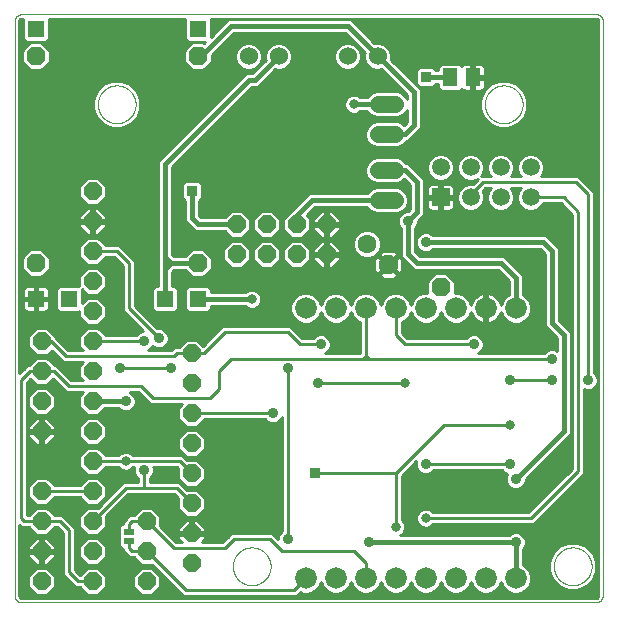
<source format=gbl>
G75*
%MOIN*%
%OFA0B0*%
%FSLAX25Y25*%
%IPPOS*%
%LPD*%
%AMOC8*
5,1,8,0,0,1.08239X$1,22.5*
%
%ADD10C,0.00000*%
%ADD11R,0.05937X0.05937*%
%ADD12C,0.05937*%
%ADD13C,0.05600*%
%ADD14C,0.01260*%
%ADD15C,0.06300*%
%ADD16R,0.05543X0.05543*%
%ADD17OC8,0.06000*%
%ADD18OC8,0.06300*%
%ADD19R,0.05118X0.05906*%
%ADD20C,0.07200*%
%ADD21R,0.03500X0.02400*%
%ADD22C,0.06000*%
%ADD23C,0.01600*%
%ADD24C,0.03169*%
%ADD25R,0.03562X0.03562*%
%ADD26C,0.03562*%
%ADD27C,0.01000*%
D10*
X0001500Y0003736D02*
X0001500Y0195264D01*
X0001502Y0195356D01*
X0001508Y0195449D01*
X0001517Y0195541D01*
X0001530Y0195632D01*
X0001548Y0195723D01*
X0001568Y0195813D01*
X0001593Y0195902D01*
X0001621Y0195990D01*
X0001653Y0196077D01*
X0001688Y0196162D01*
X0001727Y0196246D01*
X0001769Y0196328D01*
X0001815Y0196409D01*
X0001864Y0196487D01*
X0001916Y0196563D01*
X0001971Y0196637D01*
X0002030Y0196709D01*
X0002091Y0196778D01*
X0002155Y0196845D01*
X0002222Y0196909D01*
X0002291Y0196970D01*
X0002363Y0197029D01*
X0002437Y0197084D01*
X0002513Y0197136D01*
X0002591Y0197185D01*
X0002672Y0197231D01*
X0002754Y0197273D01*
X0002838Y0197312D01*
X0002923Y0197347D01*
X0003010Y0197379D01*
X0003098Y0197407D01*
X0003187Y0197432D01*
X0003277Y0197452D01*
X0003368Y0197470D01*
X0003459Y0197483D01*
X0003551Y0197492D01*
X0003644Y0197498D01*
X0003736Y0197500D01*
X0195264Y0197500D01*
X0195356Y0197498D01*
X0195449Y0197492D01*
X0195541Y0197483D01*
X0195632Y0197470D01*
X0195723Y0197452D01*
X0195813Y0197432D01*
X0195902Y0197407D01*
X0195990Y0197379D01*
X0196077Y0197347D01*
X0196162Y0197312D01*
X0196246Y0197273D01*
X0196328Y0197231D01*
X0196409Y0197185D01*
X0196487Y0197136D01*
X0196563Y0197084D01*
X0196637Y0197029D01*
X0196709Y0196970D01*
X0196778Y0196909D01*
X0196845Y0196845D01*
X0196909Y0196778D01*
X0196970Y0196709D01*
X0197029Y0196637D01*
X0197084Y0196563D01*
X0197136Y0196487D01*
X0197185Y0196409D01*
X0197231Y0196328D01*
X0197273Y0196246D01*
X0197312Y0196162D01*
X0197347Y0196077D01*
X0197379Y0195990D01*
X0197407Y0195902D01*
X0197432Y0195813D01*
X0197452Y0195723D01*
X0197470Y0195632D01*
X0197483Y0195541D01*
X0197492Y0195449D01*
X0197498Y0195356D01*
X0197500Y0195264D01*
X0197500Y0003736D01*
X0197498Y0003644D01*
X0197492Y0003551D01*
X0197483Y0003459D01*
X0197470Y0003368D01*
X0197452Y0003277D01*
X0197432Y0003187D01*
X0197407Y0003098D01*
X0197379Y0003010D01*
X0197347Y0002923D01*
X0197312Y0002838D01*
X0197273Y0002754D01*
X0197231Y0002672D01*
X0197185Y0002591D01*
X0197136Y0002513D01*
X0197084Y0002437D01*
X0197029Y0002363D01*
X0196970Y0002291D01*
X0196909Y0002222D01*
X0196845Y0002155D01*
X0196778Y0002091D01*
X0196709Y0002030D01*
X0196637Y0001971D01*
X0196563Y0001916D01*
X0196487Y0001864D01*
X0196409Y0001815D01*
X0196328Y0001769D01*
X0196246Y0001727D01*
X0196162Y0001688D01*
X0196077Y0001653D01*
X0195990Y0001621D01*
X0195902Y0001593D01*
X0195813Y0001568D01*
X0195723Y0001548D01*
X0195632Y0001530D01*
X0195541Y0001517D01*
X0195449Y0001508D01*
X0195356Y0001502D01*
X0195264Y0001500D01*
X0003736Y0001500D01*
X0003644Y0001502D01*
X0003551Y0001508D01*
X0003459Y0001517D01*
X0003368Y0001530D01*
X0003277Y0001548D01*
X0003187Y0001568D01*
X0003098Y0001593D01*
X0003010Y0001621D01*
X0002923Y0001653D01*
X0002838Y0001688D01*
X0002754Y0001727D01*
X0002672Y0001769D01*
X0002591Y0001815D01*
X0002513Y0001864D01*
X0002437Y0001916D01*
X0002363Y0001971D01*
X0002291Y0002030D01*
X0002222Y0002091D01*
X0002155Y0002155D01*
X0002091Y0002222D01*
X0002030Y0002291D01*
X0001971Y0002363D01*
X0001916Y0002437D01*
X0001864Y0002513D01*
X0001815Y0002591D01*
X0001769Y0002672D01*
X0001727Y0002754D01*
X0001688Y0002838D01*
X0001653Y0002923D01*
X0001621Y0003010D01*
X0001593Y0003098D01*
X0001568Y0003187D01*
X0001548Y0003277D01*
X0001530Y0003368D01*
X0001517Y0003459D01*
X0001508Y0003551D01*
X0001502Y0003644D01*
X0001500Y0003736D01*
X0074201Y0013500D02*
X0074203Y0013658D01*
X0074209Y0013816D01*
X0074219Y0013974D01*
X0074233Y0014132D01*
X0074251Y0014289D01*
X0074272Y0014446D01*
X0074298Y0014602D01*
X0074328Y0014758D01*
X0074361Y0014913D01*
X0074399Y0015066D01*
X0074440Y0015219D01*
X0074485Y0015371D01*
X0074534Y0015522D01*
X0074587Y0015671D01*
X0074643Y0015819D01*
X0074703Y0015965D01*
X0074767Y0016110D01*
X0074835Y0016253D01*
X0074906Y0016395D01*
X0074980Y0016535D01*
X0075058Y0016672D01*
X0075140Y0016808D01*
X0075224Y0016942D01*
X0075313Y0017073D01*
X0075404Y0017202D01*
X0075499Y0017329D01*
X0075596Y0017454D01*
X0075697Y0017576D01*
X0075801Y0017695D01*
X0075908Y0017812D01*
X0076018Y0017926D01*
X0076131Y0018037D01*
X0076246Y0018146D01*
X0076364Y0018251D01*
X0076485Y0018353D01*
X0076608Y0018453D01*
X0076734Y0018549D01*
X0076862Y0018642D01*
X0076992Y0018732D01*
X0077125Y0018818D01*
X0077260Y0018902D01*
X0077396Y0018981D01*
X0077535Y0019058D01*
X0077676Y0019130D01*
X0077818Y0019200D01*
X0077962Y0019265D01*
X0078108Y0019327D01*
X0078255Y0019385D01*
X0078404Y0019440D01*
X0078554Y0019491D01*
X0078705Y0019538D01*
X0078857Y0019581D01*
X0079010Y0019620D01*
X0079165Y0019656D01*
X0079320Y0019687D01*
X0079476Y0019715D01*
X0079632Y0019739D01*
X0079789Y0019759D01*
X0079947Y0019775D01*
X0080104Y0019787D01*
X0080263Y0019795D01*
X0080421Y0019799D01*
X0080579Y0019799D01*
X0080737Y0019795D01*
X0080896Y0019787D01*
X0081053Y0019775D01*
X0081211Y0019759D01*
X0081368Y0019739D01*
X0081524Y0019715D01*
X0081680Y0019687D01*
X0081835Y0019656D01*
X0081990Y0019620D01*
X0082143Y0019581D01*
X0082295Y0019538D01*
X0082446Y0019491D01*
X0082596Y0019440D01*
X0082745Y0019385D01*
X0082892Y0019327D01*
X0083038Y0019265D01*
X0083182Y0019200D01*
X0083324Y0019130D01*
X0083465Y0019058D01*
X0083604Y0018981D01*
X0083740Y0018902D01*
X0083875Y0018818D01*
X0084008Y0018732D01*
X0084138Y0018642D01*
X0084266Y0018549D01*
X0084392Y0018453D01*
X0084515Y0018353D01*
X0084636Y0018251D01*
X0084754Y0018146D01*
X0084869Y0018037D01*
X0084982Y0017926D01*
X0085092Y0017812D01*
X0085199Y0017695D01*
X0085303Y0017576D01*
X0085404Y0017454D01*
X0085501Y0017329D01*
X0085596Y0017202D01*
X0085687Y0017073D01*
X0085776Y0016942D01*
X0085860Y0016808D01*
X0085942Y0016672D01*
X0086020Y0016535D01*
X0086094Y0016395D01*
X0086165Y0016253D01*
X0086233Y0016110D01*
X0086297Y0015965D01*
X0086357Y0015819D01*
X0086413Y0015671D01*
X0086466Y0015522D01*
X0086515Y0015371D01*
X0086560Y0015219D01*
X0086601Y0015066D01*
X0086639Y0014913D01*
X0086672Y0014758D01*
X0086702Y0014602D01*
X0086728Y0014446D01*
X0086749Y0014289D01*
X0086767Y0014132D01*
X0086781Y0013974D01*
X0086791Y0013816D01*
X0086797Y0013658D01*
X0086799Y0013500D01*
X0086797Y0013342D01*
X0086791Y0013184D01*
X0086781Y0013026D01*
X0086767Y0012868D01*
X0086749Y0012711D01*
X0086728Y0012554D01*
X0086702Y0012398D01*
X0086672Y0012242D01*
X0086639Y0012087D01*
X0086601Y0011934D01*
X0086560Y0011781D01*
X0086515Y0011629D01*
X0086466Y0011478D01*
X0086413Y0011329D01*
X0086357Y0011181D01*
X0086297Y0011035D01*
X0086233Y0010890D01*
X0086165Y0010747D01*
X0086094Y0010605D01*
X0086020Y0010465D01*
X0085942Y0010328D01*
X0085860Y0010192D01*
X0085776Y0010058D01*
X0085687Y0009927D01*
X0085596Y0009798D01*
X0085501Y0009671D01*
X0085404Y0009546D01*
X0085303Y0009424D01*
X0085199Y0009305D01*
X0085092Y0009188D01*
X0084982Y0009074D01*
X0084869Y0008963D01*
X0084754Y0008854D01*
X0084636Y0008749D01*
X0084515Y0008647D01*
X0084392Y0008547D01*
X0084266Y0008451D01*
X0084138Y0008358D01*
X0084008Y0008268D01*
X0083875Y0008182D01*
X0083740Y0008098D01*
X0083604Y0008019D01*
X0083465Y0007942D01*
X0083324Y0007870D01*
X0083182Y0007800D01*
X0083038Y0007735D01*
X0082892Y0007673D01*
X0082745Y0007615D01*
X0082596Y0007560D01*
X0082446Y0007509D01*
X0082295Y0007462D01*
X0082143Y0007419D01*
X0081990Y0007380D01*
X0081835Y0007344D01*
X0081680Y0007313D01*
X0081524Y0007285D01*
X0081368Y0007261D01*
X0081211Y0007241D01*
X0081053Y0007225D01*
X0080896Y0007213D01*
X0080737Y0007205D01*
X0080579Y0007201D01*
X0080421Y0007201D01*
X0080263Y0007205D01*
X0080104Y0007213D01*
X0079947Y0007225D01*
X0079789Y0007241D01*
X0079632Y0007261D01*
X0079476Y0007285D01*
X0079320Y0007313D01*
X0079165Y0007344D01*
X0079010Y0007380D01*
X0078857Y0007419D01*
X0078705Y0007462D01*
X0078554Y0007509D01*
X0078404Y0007560D01*
X0078255Y0007615D01*
X0078108Y0007673D01*
X0077962Y0007735D01*
X0077818Y0007800D01*
X0077676Y0007870D01*
X0077535Y0007942D01*
X0077396Y0008019D01*
X0077260Y0008098D01*
X0077125Y0008182D01*
X0076992Y0008268D01*
X0076862Y0008358D01*
X0076734Y0008451D01*
X0076608Y0008547D01*
X0076485Y0008647D01*
X0076364Y0008749D01*
X0076246Y0008854D01*
X0076131Y0008963D01*
X0076018Y0009074D01*
X0075908Y0009188D01*
X0075801Y0009305D01*
X0075697Y0009424D01*
X0075596Y0009546D01*
X0075499Y0009671D01*
X0075404Y0009798D01*
X0075313Y0009927D01*
X0075224Y0010058D01*
X0075140Y0010192D01*
X0075058Y0010328D01*
X0074980Y0010465D01*
X0074906Y0010605D01*
X0074835Y0010747D01*
X0074767Y0010890D01*
X0074703Y0011035D01*
X0074643Y0011181D01*
X0074587Y0011329D01*
X0074534Y0011478D01*
X0074485Y0011629D01*
X0074440Y0011781D01*
X0074399Y0011934D01*
X0074361Y0012087D01*
X0074328Y0012242D01*
X0074298Y0012398D01*
X0074272Y0012554D01*
X0074251Y0012711D01*
X0074233Y0012868D01*
X0074219Y0013026D01*
X0074209Y0013184D01*
X0074203Y0013342D01*
X0074201Y0013500D01*
X0181201Y0013500D02*
X0181203Y0013658D01*
X0181209Y0013816D01*
X0181219Y0013974D01*
X0181233Y0014132D01*
X0181251Y0014289D01*
X0181272Y0014446D01*
X0181298Y0014602D01*
X0181328Y0014758D01*
X0181361Y0014913D01*
X0181399Y0015066D01*
X0181440Y0015219D01*
X0181485Y0015371D01*
X0181534Y0015522D01*
X0181587Y0015671D01*
X0181643Y0015819D01*
X0181703Y0015965D01*
X0181767Y0016110D01*
X0181835Y0016253D01*
X0181906Y0016395D01*
X0181980Y0016535D01*
X0182058Y0016672D01*
X0182140Y0016808D01*
X0182224Y0016942D01*
X0182313Y0017073D01*
X0182404Y0017202D01*
X0182499Y0017329D01*
X0182596Y0017454D01*
X0182697Y0017576D01*
X0182801Y0017695D01*
X0182908Y0017812D01*
X0183018Y0017926D01*
X0183131Y0018037D01*
X0183246Y0018146D01*
X0183364Y0018251D01*
X0183485Y0018353D01*
X0183608Y0018453D01*
X0183734Y0018549D01*
X0183862Y0018642D01*
X0183992Y0018732D01*
X0184125Y0018818D01*
X0184260Y0018902D01*
X0184396Y0018981D01*
X0184535Y0019058D01*
X0184676Y0019130D01*
X0184818Y0019200D01*
X0184962Y0019265D01*
X0185108Y0019327D01*
X0185255Y0019385D01*
X0185404Y0019440D01*
X0185554Y0019491D01*
X0185705Y0019538D01*
X0185857Y0019581D01*
X0186010Y0019620D01*
X0186165Y0019656D01*
X0186320Y0019687D01*
X0186476Y0019715D01*
X0186632Y0019739D01*
X0186789Y0019759D01*
X0186947Y0019775D01*
X0187104Y0019787D01*
X0187263Y0019795D01*
X0187421Y0019799D01*
X0187579Y0019799D01*
X0187737Y0019795D01*
X0187896Y0019787D01*
X0188053Y0019775D01*
X0188211Y0019759D01*
X0188368Y0019739D01*
X0188524Y0019715D01*
X0188680Y0019687D01*
X0188835Y0019656D01*
X0188990Y0019620D01*
X0189143Y0019581D01*
X0189295Y0019538D01*
X0189446Y0019491D01*
X0189596Y0019440D01*
X0189745Y0019385D01*
X0189892Y0019327D01*
X0190038Y0019265D01*
X0190182Y0019200D01*
X0190324Y0019130D01*
X0190465Y0019058D01*
X0190604Y0018981D01*
X0190740Y0018902D01*
X0190875Y0018818D01*
X0191008Y0018732D01*
X0191138Y0018642D01*
X0191266Y0018549D01*
X0191392Y0018453D01*
X0191515Y0018353D01*
X0191636Y0018251D01*
X0191754Y0018146D01*
X0191869Y0018037D01*
X0191982Y0017926D01*
X0192092Y0017812D01*
X0192199Y0017695D01*
X0192303Y0017576D01*
X0192404Y0017454D01*
X0192501Y0017329D01*
X0192596Y0017202D01*
X0192687Y0017073D01*
X0192776Y0016942D01*
X0192860Y0016808D01*
X0192942Y0016672D01*
X0193020Y0016535D01*
X0193094Y0016395D01*
X0193165Y0016253D01*
X0193233Y0016110D01*
X0193297Y0015965D01*
X0193357Y0015819D01*
X0193413Y0015671D01*
X0193466Y0015522D01*
X0193515Y0015371D01*
X0193560Y0015219D01*
X0193601Y0015066D01*
X0193639Y0014913D01*
X0193672Y0014758D01*
X0193702Y0014602D01*
X0193728Y0014446D01*
X0193749Y0014289D01*
X0193767Y0014132D01*
X0193781Y0013974D01*
X0193791Y0013816D01*
X0193797Y0013658D01*
X0193799Y0013500D01*
X0193797Y0013342D01*
X0193791Y0013184D01*
X0193781Y0013026D01*
X0193767Y0012868D01*
X0193749Y0012711D01*
X0193728Y0012554D01*
X0193702Y0012398D01*
X0193672Y0012242D01*
X0193639Y0012087D01*
X0193601Y0011934D01*
X0193560Y0011781D01*
X0193515Y0011629D01*
X0193466Y0011478D01*
X0193413Y0011329D01*
X0193357Y0011181D01*
X0193297Y0011035D01*
X0193233Y0010890D01*
X0193165Y0010747D01*
X0193094Y0010605D01*
X0193020Y0010465D01*
X0192942Y0010328D01*
X0192860Y0010192D01*
X0192776Y0010058D01*
X0192687Y0009927D01*
X0192596Y0009798D01*
X0192501Y0009671D01*
X0192404Y0009546D01*
X0192303Y0009424D01*
X0192199Y0009305D01*
X0192092Y0009188D01*
X0191982Y0009074D01*
X0191869Y0008963D01*
X0191754Y0008854D01*
X0191636Y0008749D01*
X0191515Y0008647D01*
X0191392Y0008547D01*
X0191266Y0008451D01*
X0191138Y0008358D01*
X0191008Y0008268D01*
X0190875Y0008182D01*
X0190740Y0008098D01*
X0190604Y0008019D01*
X0190465Y0007942D01*
X0190324Y0007870D01*
X0190182Y0007800D01*
X0190038Y0007735D01*
X0189892Y0007673D01*
X0189745Y0007615D01*
X0189596Y0007560D01*
X0189446Y0007509D01*
X0189295Y0007462D01*
X0189143Y0007419D01*
X0188990Y0007380D01*
X0188835Y0007344D01*
X0188680Y0007313D01*
X0188524Y0007285D01*
X0188368Y0007261D01*
X0188211Y0007241D01*
X0188053Y0007225D01*
X0187896Y0007213D01*
X0187737Y0007205D01*
X0187579Y0007201D01*
X0187421Y0007201D01*
X0187263Y0007205D01*
X0187104Y0007213D01*
X0186947Y0007225D01*
X0186789Y0007241D01*
X0186632Y0007261D01*
X0186476Y0007285D01*
X0186320Y0007313D01*
X0186165Y0007344D01*
X0186010Y0007380D01*
X0185857Y0007419D01*
X0185705Y0007462D01*
X0185554Y0007509D01*
X0185404Y0007560D01*
X0185255Y0007615D01*
X0185108Y0007673D01*
X0184962Y0007735D01*
X0184818Y0007800D01*
X0184676Y0007870D01*
X0184535Y0007942D01*
X0184396Y0008019D01*
X0184260Y0008098D01*
X0184125Y0008182D01*
X0183992Y0008268D01*
X0183862Y0008358D01*
X0183734Y0008451D01*
X0183608Y0008547D01*
X0183485Y0008647D01*
X0183364Y0008749D01*
X0183246Y0008854D01*
X0183131Y0008963D01*
X0183018Y0009074D01*
X0182908Y0009188D01*
X0182801Y0009305D01*
X0182697Y0009424D01*
X0182596Y0009546D01*
X0182499Y0009671D01*
X0182404Y0009798D01*
X0182313Y0009927D01*
X0182224Y0010058D01*
X0182140Y0010192D01*
X0182058Y0010328D01*
X0181980Y0010465D01*
X0181906Y0010605D01*
X0181835Y0010747D01*
X0181767Y0010890D01*
X0181703Y0011035D01*
X0181643Y0011181D01*
X0181587Y0011329D01*
X0181534Y0011478D01*
X0181485Y0011629D01*
X0181440Y0011781D01*
X0181399Y0011934D01*
X0181361Y0012087D01*
X0181328Y0012242D01*
X0181298Y0012398D01*
X0181272Y0012554D01*
X0181251Y0012711D01*
X0181233Y0012868D01*
X0181219Y0013026D01*
X0181209Y0013184D01*
X0181203Y0013342D01*
X0181201Y0013500D01*
X0158201Y0167500D02*
X0158203Y0167658D01*
X0158209Y0167816D01*
X0158219Y0167974D01*
X0158233Y0168132D01*
X0158251Y0168289D01*
X0158272Y0168446D01*
X0158298Y0168602D01*
X0158328Y0168758D01*
X0158361Y0168913D01*
X0158399Y0169066D01*
X0158440Y0169219D01*
X0158485Y0169371D01*
X0158534Y0169522D01*
X0158587Y0169671D01*
X0158643Y0169819D01*
X0158703Y0169965D01*
X0158767Y0170110D01*
X0158835Y0170253D01*
X0158906Y0170395D01*
X0158980Y0170535D01*
X0159058Y0170672D01*
X0159140Y0170808D01*
X0159224Y0170942D01*
X0159313Y0171073D01*
X0159404Y0171202D01*
X0159499Y0171329D01*
X0159596Y0171454D01*
X0159697Y0171576D01*
X0159801Y0171695D01*
X0159908Y0171812D01*
X0160018Y0171926D01*
X0160131Y0172037D01*
X0160246Y0172146D01*
X0160364Y0172251D01*
X0160485Y0172353D01*
X0160608Y0172453D01*
X0160734Y0172549D01*
X0160862Y0172642D01*
X0160992Y0172732D01*
X0161125Y0172818D01*
X0161260Y0172902D01*
X0161396Y0172981D01*
X0161535Y0173058D01*
X0161676Y0173130D01*
X0161818Y0173200D01*
X0161962Y0173265D01*
X0162108Y0173327D01*
X0162255Y0173385D01*
X0162404Y0173440D01*
X0162554Y0173491D01*
X0162705Y0173538D01*
X0162857Y0173581D01*
X0163010Y0173620D01*
X0163165Y0173656D01*
X0163320Y0173687D01*
X0163476Y0173715D01*
X0163632Y0173739D01*
X0163789Y0173759D01*
X0163947Y0173775D01*
X0164104Y0173787D01*
X0164263Y0173795D01*
X0164421Y0173799D01*
X0164579Y0173799D01*
X0164737Y0173795D01*
X0164896Y0173787D01*
X0165053Y0173775D01*
X0165211Y0173759D01*
X0165368Y0173739D01*
X0165524Y0173715D01*
X0165680Y0173687D01*
X0165835Y0173656D01*
X0165990Y0173620D01*
X0166143Y0173581D01*
X0166295Y0173538D01*
X0166446Y0173491D01*
X0166596Y0173440D01*
X0166745Y0173385D01*
X0166892Y0173327D01*
X0167038Y0173265D01*
X0167182Y0173200D01*
X0167324Y0173130D01*
X0167465Y0173058D01*
X0167604Y0172981D01*
X0167740Y0172902D01*
X0167875Y0172818D01*
X0168008Y0172732D01*
X0168138Y0172642D01*
X0168266Y0172549D01*
X0168392Y0172453D01*
X0168515Y0172353D01*
X0168636Y0172251D01*
X0168754Y0172146D01*
X0168869Y0172037D01*
X0168982Y0171926D01*
X0169092Y0171812D01*
X0169199Y0171695D01*
X0169303Y0171576D01*
X0169404Y0171454D01*
X0169501Y0171329D01*
X0169596Y0171202D01*
X0169687Y0171073D01*
X0169776Y0170942D01*
X0169860Y0170808D01*
X0169942Y0170672D01*
X0170020Y0170535D01*
X0170094Y0170395D01*
X0170165Y0170253D01*
X0170233Y0170110D01*
X0170297Y0169965D01*
X0170357Y0169819D01*
X0170413Y0169671D01*
X0170466Y0169522D01*
X0170515Y0169371D01*
X0170560Y0169219D01*
X0170601Y0169066D01*
X0170639Y0168913D01*
X0170672Y0168758D01*
X0170702Y0168602D01*
X0170728Y0168446D01*
X0170749Y0168289D01*
X0170767Y0168132D01*
X0170781Y0167974D01*
X0170791Y0167816D01*
X0170797Y0167658D01*
X0170799Y0167500D01*
X0170797Y0167342D01*
X0170791Y0167184D01*
X0170781Y0167026D01*
X0170767Y0166868D01*
X0170749Y0166711D01*
X0170728Y0166554D01*
X0170702Y0166398D01*
X0170672Y0166242D01*
X0170639Y0166087D01*
X0170601Y0165934D01*
X0170560Y0165781D01*
X0170515Y0165629D01*
X0170466Y0165478D01*
X0170413Y0165329D01*
X0170357Y0165181D01*
X0170297Y0165035D01*
X0170233Y0164890D01*
X0170165Y0164747D01*
X0170094Y0164605D01*
X0170020Y0164465D01*
X0169942Y0164328D01*
X0169860Y0164192D01*
X0169776Y0164058D01*
X0169687Y0163927D01*
X0169596Y0163798D01*
X0169501Y0163671D01*
X0169404Y0163546D01*
X0169303Y0163424D01*
X0169199Y0163305D01*
X0169092Y0163188D01*
X0168982Y0163074D01*
X0168869Y0162963D01*
X0168754Y0162854D01*
X0168636Y0162749D01*
X0168515Y0162647D01*
X0168392Y0162547D01*
X0168266Y0162451D01*
X0168138Y0162358D01*
X0168008Y0162268D01*
X0167875Y0162182D01*
X0167740Y0162098D01*
X0167604Y0162019D01*
X0167465Y0161942D01*
X0167324Y0161870D01*
X0167182Y0161800D01*
X0167038Y0161735D01*
X0166892Y0161673D01*
X0166745Y0161615D01*
X0166596Y0161560D01*
X0166446Y0161509D01*
X0166295Y0161462D01*
X0166143Y0161419D01*
X0165990Y0161380D01*
X0165835Y0161344D01*
X0165680Y0161313D01*
X0165524Y0161285D01*
X0165368Y0161261D01*
X0165211Y0161241D01*
X0165053Y0161225D01*
X0164896Y0161213D01*
X0164737Y0161205D01*
X0164579Y0161201D01*
X0164421Y0161201D01*
X0164263Y0161205D01*
X0164104Y0161213D01*
X0163947Y0161225D01*
X0163789Y0161241D01*
X0163632Y0161261D01*
X0163476Y0161285D01*
X0163320Y0161313D01*
X0163165Y0161344D01*
X0163010Y0161380D01*
X0162857Y0161419D01*
X0162705Y0161462D01*
X0162554Y0161509D01*
X0162404Y0161560D01*
X0162255Y0161615D01*
X0162108Y0161673D01*
X0161962Y0161735D01*
X0161818Y0161800D01*
X0161676Y0161870D01*
X0161535Y0161942D01*
X0161396Y0162019D01*
X0161260Y0162098D01*
X0161125Y0162182D01*
X0160992Y0162268D01*
X0160862Y0162358D01*
X0160734Y0162451D01*
X0160608Y0162547D01*
X0160485Y0162647D01*
X0160364Y0162749D01*
X0160246Y0162854D01*
X0160131Y0162963D01*
X0160018Y0163074D01*
X0159908Y0163188D01*
X0159801Y0163305D01*
X0159697Y0163424D01*
X0159596Y0163546D01*
X0159499Y0163671D01*
X0159404Y0163798D01*
X0159313Y0163927D01*
X0159224Y0164058D01*
X0159140Y0164192D01*
X0159058Y0164328D01*
X0158980Y0164465D01*
X0158906Y0164605D01*
X0158835Y0164747D01*
X0158767Y0164890D01*
X0158703Y0165035D01*
X0158643Y0165181D01*
X0158587Y0165329D01*
X0158534Y0165478D01*
X0158485Y0165629D01*
X0158440Y0165781D01*
X0158399Y0165934D01*
X0158361Y0166087D01*
X0158328Y0166242D01*
X0158298Y0166398D01*
X0158272Y0166554D01*
X0158251Y0166711D01*
X0158233Y0166868D01*
X0158219Y0167026D01*
X0158209Y0167184D01*
X0158203Y0167342D01*
X0158201Y0167500D01*
X0029201Y0167500D02*
X0029203Y0167658D01*
X0029209Y0167816D01*
X0029219Y0167974D01*
X0029233Y0168132D01*
X0029251Y0168289D01*
X0029272Y0168446D01*
X0029298Y0168602D01*
X0029328Y0168758D01*
X0029361Y0168913D01*
X0029399Y0169066D01*
X0029440Y0169219D01*
X0029485Y0169371D01*
X0029534Y0169522D01*
X0029587Y0169671D01*
X0029643Y0169819D01*
X0029703Y0169965D01*
X0029767Y0170110D01*
X0029835Y0170253D01*
X0029906Y0170395D01*
X0029980Y0170535D01*
X0030058Y0170672D01*
X0030140Y0170808D01*
X0030224Y0170942D01*
X0030313Y0171073D01*
X0030404Y0171202D01*
X0030499Y0171329D01*
X0030596Y0171454D01*
X0030697Y0171576D01*
X0030801Y0171695D01*
X0030908Y0171812D01*
X0031018Y0171926D01*
X0031131Y0172037D01*
X0031246Y0172146D01*
X0031364Y0172251D01*
X0031485Y0172353D01*
X0031608Y0172453D01*
X0031734Y0172549D01*
X0031862Y0172642D01*
X0031992Y0172732D01*
X0032125Y0172818D01*
X0032260Y0172902D01*
X0032396Y0172981D01*
X0032535Y0173058D01*
X0032676Y0173130D01*
X0032818Y0173200D01*
X0032962Y0173265D01*
X0033108Y0173327D01*
X0033255Y0173385D01*
X0033404Y0173440D01*
X0033554Y0173491D01*
X0033705Y0173538D01*
X0033857Y0173581D01*
X0034010Y0173620D01*
X0034165Y0173656D01*
X0034320Y0173687D01*
X0034476Y0173715D01*
X0034632Y0173739D01*
X0034789Y0173759D01*
X0034947Y0173775D01*
X0035104Y0173787D01*
X0035263Y0173795D01*
X0035421Y0173799D01*
X0035579Y0173799D01*
X0035737Y0173795D01*
X0035896Y0173787D01*
X0036053Y0173775D01*
X0036211Y0173759D01*
X0036368Y0173739D01*
X0036524Y0173715D01*
X0036680Y0173687D01*
X0036835Y0173656D01*
X0036990Y0173620D01*
X0037143Y0173581D01*
X0037295Y0173538D01*
X0037446Y0173491D01*
X0037596Y0173440D01*
X0037745Y0173385D01*
X0037892Y0173327D01*
X0038038Y0173265D01*
X0038182Y0173200D01*
X0038324Y0173130D01*
X0038465Y0173058D01*
X0038604Y0172981D01*
X0038740Y0172902D01*
X0038875Y0172818D01*
X0039008Y0172732D01*
X0039138Y0172642D01*
X0039266Y0172549D01*
X0039392Y0172453D01*
X0039515Y0172353D01*
X0039636Y0172251D01*
X0039754Y0172146D01*
X0039869Y0172037D01*
X0039982Y0171926D01*
X0040092Y0171812D01*
X0040199Y0171695D01*
X0040303Y0171576D01*
X0040404Y0171454D01*
X0040501Y0171329D01*
X0040596Y0171202D01*
X0040687Y0171073D01*
X0040776Y0170942D01*
X0040860Y0170808D01*
X0040942Y0170672D01*
X0041020Y0170535D01*
X0041094Y0170395D01*
X0041165Y0170253D01*
X0041233Y0170110D01*
X0041297Y0169965D01*
X0041357Y0169819D01*
X0041413Y0169671D01*
X0041466Y0169522D01*
X0041515Y0169371D01*
X0041560Y0169219D01*
X0041601Y0169066D01*
X0041639Y0168913D01*
X0041672Y0168758D01*
X0041702Y0168602D01*
X0041728Y0168446D01*
X0041749Y0168289D01*
X0041767Y0168132D01*
X0041781Y0167974D01*
X0041791Y0167816D01*
X0041797Y0167658D01*
X0041799Y0167500D01*
X0041797Y0167342D01*
X0041791Y0167184D01*
X0041781Y0167026D01*
X0041767Y0166868D01*
X0041749Y0166711D01*
X0041728Y0166554D01*
X0041702Y0166398D01*
X0041672Y0166242D01*
X0041639Y0166087D01*
X0041601Y0165934D01*
X0041560Y0165781D01*
X0041515Y0165629D01*
X0041466Y0165478D01*
X0041413Y0165329D01*
X0041357Y0165181D01*
X0041297Y0165035D01*
X0041233Y0164890D01*
X0041165Y0164747D01*
X0041094Y0164605D01*
X0041020Y0164465D01*
X0040942Y0164328D01*
X0040860Y0164192D01*
X0040776Y0164058D01*
X0040687Y0163927D01*
X0040596Y0163798D01*
X0040501Y0163671D01*
X0040404Y0163546D01*
X0040303Y0163424D01*
X0040199Y0163305D01*
X0040092Y0163188D01*
X0039982Y0163074D01*
X0039869Y0162963D01*
X0039754Y0162854D01*
X0039636Y0162749D01*
X0039515Y0162647D01*
X0039392Y0162547D01*
X0039266Y0162451D01*
X0039138Y0162358D01*
X0039008Y0162268D01*
X0038875Y0162182D01*
X0038740Y0162098D01*
X0038604Y0162019D01*
X0038465Y0161942D01*
X0038324Y0161870D01*
X0038182Y0161800D01*
X0038038Y0161735D01*
X0037892Y0161673D01*
X0037745Y0161615D01*
X0037596Y0161560D01*
X0037446Y0161509D01*
X0037295Y0161462D01*
X0037143Y0161419D01*
X0036990Y0161380D01*
X0036835Y0161344D01*
X0036680Y0161313D01*
X0036524Y0161285D01*
X0036368Y0161261D01*
X0036211Y0161241D01*
X0036053Y0161225D01*
X0035896Y0161213D01*
X0035737Y0161205D01*
X0035579Y0161201D01*
X0035421Y0161201D01*
X0035263Y0161205D01*
X0035104Y0161213D01*
X0034947Y0161225D01*
X0034789Y0161241D01*
X0034632Y0161261D01*
X0034476Y0161285D01*
X0034320Y0161313D01*
X0034165Y0161344D01*
X0034010Y0161380D01*
X0033857Y0161419D01*
X0033705Y0161462D01*
X0033554Y0161509D01*
X0033404Y0161560D01*
X0033255Y0161615D01*
X0033108Y0161673D01*
X0032962Y0161735D01*
X0032818Y0161800D01*
X0032676Y0161870D01*
X0032535Y0161942D01*
X0032396Y0162019D01*
X0032260Y0162098D01*
X0032125Y0162182D01*
X0031992Y0162268D01*
X0031862Y0162358D01*
X0031734Y0162451D01*
X0031608Y0162547D01*
X0031485Y0162647D01*
X0031364Y0162749D01*
X0031246Y0162854D01*
X0031131Y0162963D01*
X0031018Y0163074D01*
X0030908Y0163188D01*
X0030801Y0163305D01*
X0030697Y0163424D01*
X0030596Y0163546D01*
X0030499Y0163671D01*
X0030404Y0163798D01*
X0030313Y0163927D01*
X0030224Y0164058D01*
X0030140Y0164192D01*
X0030058Y0164328D01*
X0029980Y0164465D01*
X0029906Y0164605D01*
X0029835Y0164747D01*
X0029767Y0164890D01*
X0029703Y0165035D01*
X0029643Y0165181D01*
X0029587Y0165329D01*
X0029534Y0165478D01*
X0029485Y0165629D01*
X0029440Y0165781D01*
X0029399Y0165934D01*
X0029361Y0166087D01*
X0029328Y0166242D01*
X0029298Y0166398D01*
X0029272Y0166554D01*
X0029251Y0166711D01*
X0029233Y0166868D01*
X0029219Y0167026D01*
X0029209Y0167184D01*
X0029203Y0167342D01*
X0029201Y0167500D01*
D11*
X0143500Y0136500D03*
D12*
X0143500Y0146500D03*
X0153500Y0146500D03*
X0153500Y0136500D03*
X0163500Y0136500D03*
X0163500Y0146500D03*
X0173500Y0146500D03*
X0173500Y0136500D03*
D13*
X0128300Y0135500D02*
X0122700Y0135500D01*
X0122700Y0145500D02*
X0128300Y0145500D01*
X0128300Y0157500D02*
X0122700Y0157500D01*
X0122700Y0167500D02*
X0128300Y0167500D01*
D14*
X0126450Y0112075D02*
X0127080Y0111445D01*
X0124992Y0111445D01*
X0123517Y0112920D01*
X0123517Y0115008D01*
X0124992Y0116483D01*
X0127080Y0116483D01*
X0128555Y0115008D01*
X0128555Y0112920D01*
X0127080Y0111445D01*
X0126688Y0112390D01*
X0125384Y0112390D01*
X0124462Y0113312D01*
X0124462Y0114616D01*
X0125384Y0115538D01*
X0126688Y0115538D01*
X0127610Y0114616D01*
X0127610Y0113312D01*
X0126688Y0112390D01*
X0126297Y0113335D01*
X0125775Y0113335D01*
X0125407Y0113703D01*
X0125407Y0114225D01*
X0125775Y0114593D01*
X0126297Y0114593D01*
X0126665Y0114225D01*
X0126665Y0113703D01*
X0126297Y0113335D01*
D15*
X0118964Y0121036D03*
D16*
X0062500Y0102600D03*
X0051500Y0102600D03*
X0019500Y0102600D03*
X0008500Y0102600D03*
X0008500Y0192600D03*
X0062500Y0192600D03*
D17*
X0027500Y0138500D03*
X0027500Y0128500D03*
X0027500Y0118500D03*
X0027500Y0108500D03*
X0027500Y0098500D03*
X0027500Y0088500D03*
X0027500Y0078500D03*
X0027500Y0068500D03*
X0027500Y0058500D03*
X0027500Y0048500D03*
X0027500Y0038500D03*
X0027500Y0028500D03*
X0027500Y0018500D03*
X0027500Y0008500D03*
X0010500Y0008500D03*
X0010500Y0018500D03*
X0010500Y0028500D03*
X0010500Y0038500D03*
X0010500Y0058500D03*
X0010500Y0068500D03*
X0010500Y0078500D03*
X0010500Y0088500D03*
X0060500Y0084500D03*
X0060500Y0074500D03*
X0060500Y0064500D03*
X0060500Y0054500D03*
X0060500Y0044500D03*
X0060500Y0034500D03*
X0060500Y0024500D03*
X0060500Y0014500D03*
X0045500Y0018500D03*
X0045500Y0008500D03*
X0045500Y0028500D03*
X0075500Y0117500D03*
X0075500Y0127500D03*
X0085500Y0127500D03*
X0085500Y0117500D03*
X0095500Y0117500D03*
X0095500Y0127500D03*
X0105500Y0127500D03*
X0105500Y0117500D03*
D18*
X0143500Y0106500D03*
X0062500Y0114500D03*
X0008500Y0114500D03*
X0008500Y0183500D03*
X0062500Y0183500D03*
D19*
X0146760Y0176500D03*
X0154240Y0176500D03*
D20*
X0158500Y0099500D03*
X0148500Y0099500D03*
X0138500Y0099500D03*
X0128500Y0099500D03*
X0118500Y0099500D03*
X0108500Y0099500D03*
X0098500Y0099500D03*
X0168500Y0099500D03*
X0168500Y0009500D03*
X0158500Y0009500D03*
X0148500Y0009500D03*
X0138500Y0009500D03*
X0128500Y0009500D03*
X0118500Y0009500D03*
X0108500Y0009500D03*
X0098500Y0009500D03*
D21*
X0039500Y0022000D03*
X0039500Y0025000D03*
D22*
X0079500Y0183500D03*
X0089500Y0183500D03*
X0112500Y0183500D03*
X0122500Y0183500D03*
D23*
X0134500Y0171500D01*
X0134500Y0160500D01*
X0131500Y0157500D01*
X0125500Y0157500D01*
X0125500Y0167500D02*
X0114500Y0167500D01*
X0122500Y0183500D02*
X0112500Y0193500D01*
X0073500Y0193500D01*
X0063500Y0183500D01*
X0062500Y0183500D01*
X0079500Y0175500D02*
X0081500Y0175500D01*
X0089500Y0183500D01*
X0079500Y0175500D02*
X0051500Y0147500D01*
X0051500Y0116500D01*
X0053500Y0114500D01*
X0051500Y0112500D01*
X0051500Y0114500D01*
X0053500Y0114500D01*
X0062500Y0114500D01*
X0051500Y0114500D02*
X0051500Y0116500D01*
X0051500Y0112500D02*
X0051500Y0102600D01*
X0062500Y0102600D02*
X0078400Y0102600D01*
X0080500Y0102500D01*
X0075500Y0127500D02*
X0062500Y0127500D01*
X0060500Y0129500D01*
X0060500Y0138500D01*
X0095500Y0130500D02*
X0095500Y0127500D01*
X0095500Y0130500D02*
X0100500Y0135500D01*
X0125500Y0135500D01*
X0132500Y0128500D02*
X0132500Y0117500D01*
X0135500Y0114500D01*
X0163500Y0114500D01*
X0168500Y0109500D01*
X0168500Y0099500D01*
X0180500Y0094500D02*
X0184500Y0090500D01*
X0184500Y0058500D01*
X0168500Y0042500D01*
X0168500Y0021500D02*
X0119500Y0021500D01*
X0168500Y0021500D02*
X0168500Y0009500D01*
X0180500Y0094500D02*
X0180500Y0118500D01*
X0177500Y0121500D01*
X0138500Y0121500D01*
X0132500Y0128500D02*
X0135500Y0131500D01*
X0135500Y0141500D01*
X0131500Y0145500D01*
X0125500Y0145500D01*
X0138500Y0176500D02*
X0146760Y0176500D01*
X0038500Y0068500D02*
X0027500Y0068500D01*
D24*
X0038500Y0048500D03*
X0080500Y0102500D03*
X0131500Y0074500D03*
X0166500Y0060500D03*
X0138500Y0029500D03*
X0128500Y0026500D03*
X0114500Y0167500D03*
D25*
X0138500Y0176500D03*
X0060500Y0138500D03*
X0101500Y0044500D03*
D26*
X0087500Y0064500D03*
X0092500Y0079500D03*
X0102500Y0074500D03*
X0103500Y0087500D03*
X0138500Y0121500D03*
X0132500Y0128500D03*
X0154500Y0087500D03*
X0166500Y0075500D03*
X0180500Y0075500D03*
X0180500Y0082500D03*
X0192500Y0075500D03*
X0166500Y0047500D03*
X0168500Y0042500D03*
X0168500Y0021500D03*
X0138500Y0047500D03*
X0119500Y0021500D03*
X0092500Y0022500D03*
X0053500Y0079500D03*
X0049500Y0089500D03*
X0044500Y0088500D03*
X0036500Y0079500D03*
X0038500Y0068500D03*
X0044500Y0045500D03*
D27*
X0044500Y0039500D01*
X0055500Y0039500D01*
X0060500Y0034500D01*
X0062919Y0038445D02*
X0090500Y0038445D01*
X0090500Y0039443D02*
X0058385Y0039443D01*
X0058636Y0040000D02*
X0062364Y0040000D01*
X0065000Y0042636D01*
X0065000Y0046364D01*
X0062364Y0049000D01*
X0058828Y0049000D01*
X0058500Y0049328D01*
X0057328Y0050500D01*
X0040862Y0050500D01*
X0040247Y0051115D01*
X0039113Y0051584D01*
X0037886Y0051584D01*
X0036753Y0051115D01*
X0036138Y0050500D01*
X0031864Y0050500D01*
X0029364Y0053000D01*
X0025636Y0053000D01*
X0023000Y0050364D01*
X0023000Y0046636D01*
X0025636Y0044000D01*
X0029364Y0044000D01*
X0031864Y0046500D01*
X0036138Y0046500D01*
X0036753Y0045885D01*
X0037886Y0045416D01*
X0039113Y0045416D01*
X0040247Y0045885D01*
X0040862Y0046500D01*
X0041363Y0046500D01*
X0041219Y0046153D01*
X0041219Y0044847D01*
X0041718Y0043641D01*
X0042500Y0042860D01*
X0042500Y0041500D01*
X0037672Y0041500D01*
X0029172Y0033000D01*
X0025636Y0033000D01*
X0023000Y0030364D01*
X0023000Y0026636D01*
X0025636Y0024000D01*
X0029364Y0024000D01*
X0032000Y0026636D01*
X0032000Y0030172D01*
X0039328Y0037500D01*
X0054672Y0037500D01*
X0056000Y0036172D01*
X0056000Y0032636D01*
X0058636Y0030000D01*
X0062364Y0030000D01*
X0065000Y0032636D01*
X0065000Y0036364D01*
X0062364Y0039000D01*
X0058828Y0039000D01*
X0056328Y0041500D01*
X0046500Y0041500D01*
X0046500Y0042860D01*
X0047282Y0043641D01*
X0047781Y0044847D01*
X0047781Y0046153D01*
X0047637Y0046500D01*
X0055672Y0046500D01*
X0056000Y0046172D01*
X0056000Y0042636D01*
X0058636Y0040000D01*
X0058194Y0040442D02*
X0057386Y0040442D01*
X0057196Y0041440D02*
X0056388Y0041440D01*
X0056197Y0042439D02*
X0046500Y0042439D01*
X0047078Y0043437D02*
X0056000Y0043437D01*
X0056000Y0044436D02*
X0047611Y0044436D01*
X0047781Y0045434D02*
X0056000Y0045434D01*
X0055739Y0046433D02*
X0047665Y0046433D01*
X0044500Y0039500D02*
X0038500Y0039500D01*
X0027500Y0028500D01*
X0032000Y0028460D02*
X0037631Y0028460D01*
X0037500Y0028328D02*
X0037500Y0027700D01*
X0037129Y0027700D01*
X0036250Y0026821D01*
X0036250Y0020179D01*
X0037129Y0019300D01*
X0037500Y0019300D01*
X0037500Y0018672D01*
X0038500Y0017672D01*
X0039672Y0016500D01*
X0041136Y0016500D01*
X0043636Y0014000D01*
X0047172Y0014000D01*
X0057672Y0003500D01*
X0095328Y0003500D01*
X0096500Y0004672D01*
X0096597Y0004768D01*
X0097486Y0004400D01*
X0099514Y0004400D01*
X0101389Y0005176D01*
X0102824Y0006611D01*
X0103500Y0008244D01*
X0104176Y0006611D01*
X0105611Y0005176D01*
X0107486Y0004400D01*
X0109514Y0004400D01*
X0111389Y0005176D01*
X0112824Y0006611D01*
X0113500Y0008244D01*
X0114176Y0006611D01*
X0115611Y0005176D01*
X0117486Y0004400D01*
X0119514Y0004400D01*
X0121389Y0005176D01*
X0122824Y0006611D01*
X0123500Y0008244D01*
X0124176Y0006611D01*
X0125611Y0005176D01*
X0127486Y0004400D01*
X0129514Y0004400D01*
X0131389Y0005176D01*
X0132824Y0006611D01*
X0133500Y0008244D01*
X0134176Y0006611D01*
X0135611Y0005176D01*
X0137486Y0004400D01*
X0139514Y0004400D01*
X0141389Y0005176D01*
X0142824Y0006611D01*
X0143500Y0008244D01*
X0144176Y0006611D01*
X0145611Y0005176D01*
X0147486Y0004400D01*
X0149514Y0004400D01*
X0151389Y0005176D01*
X0152824Y0006611D01*
X0153500Y0008244D01*
X0154176Y0006611D01*
X0155611Y0005176D01*
X0157486Y0004400D01*
X0159514Y0004400D01*
X0161389Y0005176D01*
X0162824Y0006611D01*
X0163500Y0008244D01*
X0164176Y0006611D01*
X0165611Y0005176D01*
X0167486Y0004400D01*
X0169514Y0004400D01*
X0171389Y0005176D01*
X0172824Y0006611D01*
X0173600Y0008486D01*
X0173600Y0010514D01*
X0172824Y0012389D01*
X0171389Y0013824D01*
X0170800Y0014067D01*
X0170800Y0019160D01*
X0171282Y0019641D01*
X0171781Y0020847D01*
X0171781Y0022153D01*
X0171282Y0023359D01*
X0170359Y0024282D01*
X0169153Y0024781D01*
X0167847Y0024781D01*
X0166641Y0024282D01*
X0166160Y0023800D01*
X0130041Y0023800D01*
X0130247Y0023885D01*
X0131115Y0024753D01*
X0131584Y0025886D01*
X0131584Y0027113D01*
X0131115Y0028247D01*
X0130500Y0028862D01*
X0130500Y0043672D01*
X0135387Y0048559D01*
X0135219Y0048153D01*
X0135219Y0046847D01*
X0135718Y0045641D01*
X0136641Y0044718D01*
X0137847Y0044219D01*
X0139153Y0044219D01*
X0140359Y0044718D01*
X0141140Y0045500D01*
X0163860Y0045500D01*
X0164641Y0044718D01*
X0165688Y0044285D01*
X0165219Y0043153D01*
X0165219Y0041847D01*
X0165718Y0040641D01*
X0166641Y0039718D01*
X0167847Y0039219D01*
X0169153Y0039219D01*
X0170359Y0039718D01*
X0171282Y0040641D01*
X0171781Y0041847D01*
X0171781Y0042528D01*
X0186800Y0057547D01*
X0186800Y0091453D01*
X0185453Y0092800D01*
X0182800Y0095453D01*
X0182800Y0119453D01*
X0181453Y0120800D01*
X0178453Y0123800D01*
X0140840Y0123800D01*
X0140359Y0124282D01*
X0139153Y0124781D01*
X0137847Y0124781D01*
X0136641Y0124282D01*
X0135718Y0123359D01*
X0135219Y0122153D01*
X0135219Y0120847D01*
X0135718Y0119641D01*
X0136641Y0118718D01*
X0137847Y0118219D01*
X0139153Y0118219D01*
X0140359Y0118718D01*
X0140840Y0119200D01*
X0176547Y0119200D01*
X0178200Y0117547D01*
X0178200Y0093547D01*
X0182200Y0089547D01*
X0182200Y0085347D01*
X0181153Y0085781D01*
X0179847Y0085781D01*
X0178641Y0085282D01*
X0177860Y0084500D01*
X0155831Y0084500D01*
X0156359Y0084718D01*
X0157282Y0085641D01*
X0157781Y0086847D01*
X0157781Y0088153D01*
X0157282Y0089359D01*
X0156359Y0090282D01*
X0155153Y0090781D01*
X0153847Y0090781D01*
X0152641Y0090282D01*
X0151860Y0089500D01*
X0132328Y0089500D01*
X0130500Y0091328D01*
X0130500Y0094808D01*
X0131389Y0095176D01*
X0132824Y0096611D01*
X0133500Y0098244D01*
X0134176Y0096611D01*
X0135611Y0095176D01*
X0137486Y0094400D01*
X0139514Y0094400D01*
X0141389Y0095176D01*
X0142824Y0096611D01*
X0143500Y0098244D01*
X0144176Y0096611D01*
X0145611Y0095176D01*
X0147486Y0094400D01*
X0149514Y0094400D01*
X0151389Y0095176D01*
X0152824Y0096611D01*
X0153526Y0098306D01*
X0153526Y0098306D01*
X0153774Y0097542D01*
X0154138Y0096827D01*
X0154610Y0096178D01*
X0155178Y0095610D01*
X0155827Y0095138D01*
X0156542Y0094774D01*
X0157306Y0094526D01*
X0158000Y0094416D01*
X0158000Y0099000D01*
X0159000Y0099000D01*
X0159000Y0094416D01*
X0159694Y0094526D01*
X0160458Y0094774D01*
X0161173Y0095138D01*
X0161822Y0095610D01*
X0162390Y0096178D01*
X0162862Y0096827D01*
X0163226Y0097542D01*
X0163474Y0098306D01*
X0164176Y0096611D01*
X0165611Y0095176D01*
X0167486Y0094400D01*
X0169514Y0094400D01*
X0171389Y0095176D01*
X0172824Y0096611D01*
X0173600Y0098486D01*
X0173600Y0100514D01*
X0172824Y0102389D01*
X0171389Y0103824D01*
X0170800Y0104067D01*
X0170800Y0110453D01*
X0165800Y0115453D01*
X0164453Y0116800D01*
X0136453Y0116800D01*
X0134800Y0118453D01*
X0134800Y0126160D01*
X0135282Y0126641D01*
X0135781Y0127847D01*
X0135781Y0128528D01*
X0136453Y0129200D01*
X0137800Y0130547D01*
X0137800Y0142453D01*
X0133800Y0146453D01*
X0132453Y0147800D01*
X0132002Y0147800D01*
X0131945Y0147936D01*
X0130736Y0149145D01*
X0129155Y0149800D01*
X0121845Y0149800D01*
X0120264Y0149145D01*
X0119055Y0147936D01*
X0118400Y0146355D01*
X0118400Y0144645D01*
X0119055Y0143064D01*
X0120264Y0141855D01*
X0121845Y0141200D01*
X0129155Y0141200D01*
X0130736Y0141855D01*
X0131314Y0142433D01*
X0133200Y0140547D01*
X0133200Y0132453D01*
X0132528Y0131781D01*
X0131847Y0131781D01*
X0130641Y0131282D01*
X0129718Y0130359D01*
X0129219Y0129153D01*
X0129219Y0127847D01*
X0129718Y0126641D01*
X0130200Y0126160D01*
X0130200Y0116547D01*
X0131547Y0115200D01*
X0131547Y0115200D01*
X0134547Y0112200D01*
X0162547Y0112200D01*
X0166200Y0108547D01*
X0166200Y0104067D01*
X0165611Y0103824D01*
X0164176Y0102389D01*
X0163474Y0100694D01*
X0163474Y0100694D01*
X0163226Y0101458D01*
X0162862Y0102173D01*
X0162390Y0102822D01*
X0161822Y0103390D01*
X0161173Y0103862D01*
X0160458Y0104226D01*
X0159694Y0104474D01*
X0159000Y0104584D01*
X0159000Y0100000D01*
X0158000Y0100000D01*
X0158000Y0104584D01*
X0157306Y0104474D01*
X0156542Y0104226D01*
X0155827Y0103862D01*
X0155178Y0103390D01*
X0154610Y0102822D01*
X0154138Y0102173D01*
X0153774Y0101458D01*
X0153526Y0100694D01*
X0152824Y0102389D01*
X0151389Y0103824D01*
X0149514Y0104600D01*
X0148150Y0104600D01*
X0148150Y0108426D01*
X0145426Y0111150D01*
X0141574Y0111150D01*
X0138850Y0108426D01*
X0138850Y0104600D01*
X0137486Y0104600D01*
X0135611Y0103824D01*
X0134176Y0102389D01*
X0133500Y0100756D01*
X0132824Y0102389D01*
X0131389Y0103824D01*
X0129514Y0104600D01*
X0127486Y0104600D01*
X0125611Y0103824D01*
X0124176Y0102389D01*
X0123500Y0100756D01*
X0122824Y0102389D01*
X0121389Y0103824D01*
X0119514Y0104600D01*
X0117486Y0104600D01*
X0115611Y0103824D01*
X0114176Y0102389D01*
X0113500Y0100756D01*
X0112824Y0102389D01*
X0111389Y0103824D01*
X0109514Y0104600D01*
X0107486Y0104600D01*
X0105611Y0103824D01*
X0104176Y0102389D01*
X0103500Y0100756D01*
X0102824Y0102389D01*
X0101389Y0103824D01*
X0099514Y0104600D01*
X0097486Y0104600D01*
X0095611Y0103824D01*
X0094176Y0102389D01*
X0093400Y0100514D01*
X0093400Y0098486D01*
X0094176Y0096611D01*
X0095611Y0095176D01*
X0097486Y0094400D01*
X0099514Y0094400D01*
X0101389Y0095176D01*
X0102824Y0096611D01*
X0103500Y0098244D01*
X0104176Y0096611D01*
X0105611Y0095176D01*
X0107486Y0094400D01*
X0109514Y0094400D01*
X0111389Y0095176D01*
X0112824Y0096611D01*
X0113500Y0098244D01*
X0114176Y0096611D01*
X0115611Y0095176D01*
X0116500Y0094808D01*
X0116500Y0084500D01*
X0104831Y0084500D01*
X0105359Y0084718D01*
X0106282Y0085641D01*
X0106781Y0086847D01*
X0106781Y0088153D01*
X0106282Y0089359D01*
X0105359Y0090282D01*
X0104153Y0090781D01*
X0102847Y0090781D01*
X0101641Y0090282D01*
X0100860Y0089500D01*
X0097328Y0089500D01*
X0094500Y0092328D01*
X0093328Y0093500D01*
X0070672Y0093500D01*
X0064268Y0087096D01*
X0062364Y0089000D01*
X0058636Y0089000D01*
X0056136Y0086500D01*
X0054672Y0086500D01*
X0053672Y0085500D01*
X0045831Y0085500D01*
X0046359Y0085718D01*
X0047282Y0086641D01*
X0047410Y0086950D01*
X0047641Y0086718D01*
X0048847Y0086219D01*
X0050153Y0086219D01*
X0051359Y0086718D01*
X0052282Y0087641D01*
X0052781Y0088847D01*
X0052781Y0090153D01*
X0052282Y0091359D01*
X0051359Y0092282D01*
X0050153Y0092781D01*
X0049047Y0092781D01*
X0041500Y0100328D01*
X0041500Y0115328D01*
X0037500Y0119328D01*
X0036328Y0120500D01*
X0031864Y0120500D01*
X0029364Y0123000D01*
X0025636Y0123000D01*
X0023000Y0120364D01*
X0023000Y0116636D01*
X0025636Y0114000D01*
X0029364Y0114000D01*
X0031864Y0116500D01*
X0034672Y0116500D01*
X0037500Y0113672D01*
X0037500Y0098672D01*
X0038672Y0097500D01*
X0044390Y0091781D01*
X0043847Y0091781D01*
X0042641Y0091282D01*
X0041860Y0090500D01*
X0031864Y0090500D01*
X0029364Y0093000D01*
X0025636Y0093000D01*
X0023000Y0090364D01*
X0023000Y0086636D01*
X0024136Y0085500D01*
X0019328Y0085500D01*
X0015500Y0089328D01*
X0015500Y0089328D01*
X0015000Y0089828D01*
X0015000Y0090364D01*
X0012364Y0093000D01*
X0008636Y0093000D01*
X0006000Y0090364D01*
X0006000Y0086636D01*
X0008636Y0084000D01*
X0012364Y0084000D01*
X0013768Y0085404D01*
X0016500Y0082672D01*
X0016500Y0082672D01*
X0017672Y0081500D01*
X0024136Y0081500D01*
X0023000Y0080364D01*
X0023000Y0076636D01*
X0024136Y0075500D01*
X0020328Y0075500D01*
X0015328Y0080500D01*
X0014864Y0080500D01*
X0012364Y0083000D01*
X0008636Y0083000D01*
X0006136Y0080500D01*
X0005672Y0080500D01*
X0004500Y0079328D01*
X0003000Y0077828D01*
X0003000Y0195264D01*
X0003025Y0195454D01*
X0003216Y0195784D01*
X0003546Y0195975D01*
X0003736Y0196000D01*
X0004235Y0196000D01*
X0004228Y0195993D01*
X0004228Y0189207D01*
X0005107Y0188328D01*
X0011893Y0188328D01*
X0012772Y0189207D01*
X0012772Y0195993D01*
X0012765Y0196000D01*
X0058235Y0196000D01*
X0058228Y0195993D01*
X0058228Y0189207D01*
X0059107Y0188328D01*
X0065076Y0188328D01*
X0064662Y0187914D01*
X0064426Y0188150D01*
X0060574Y0188150D01*
X0057850Y0185426D01*
X0057850Y0181574D01*
X0060574Y0178850D01*
X0064426Y0178850D01*
X0067150Y0181574D01*
X0067150Y0183897D01*
X0074453Y0191200D01*
X0111547Y0191200D01*
X0118103Y0184644D01*
X0118000Y0184395D01*
X0118000Y0182605D01*
X0118685Y0180951D01*
X0119951Y0179685D01*
X0121605Y0179000D01*
X0123395Y0179000D01*
X0123644Y0179103D01*
X0132200Y0170547D01*
X0132200Y0169321D01*
X0131945Y0169936D01*
X0130736Y0171145D01*
X0129155Y0171800D01*
X0121845Y0171800D01*
X0120264Y0171145D01*
X0119055Y0169936D01*
X0118998Y0169800D01*
X0116562Y0169800D01*
X0116247Y0170115D01*
X0115113Y0170584D01*
X0113886Y0170584D01*
X0112753Y0170115D01*
X0111885Y0169247D01*
X0111416Y0168113D01*
X0111416Y0166886D01*
X0111885Y0165753D01*
X0112753Y0164885D01*
X0113886Y0164416D01*
X0115113Y0164416D01*
X0116247Y0164885D01*
X0116562Y0165200D01*
X0118998Y0165200D01*
X0119055Y0165064D01*
X0120264Y0163855D01*
X0121845Y0163200D01*
X0129155Y0163200D01*
X0130736Y0163855D01*
X0131945Y0165064D01*
X0132200Y0165679D01*
X0132200Y0161453D01*
X0131314Y0160567D01*
X0130736Y0161145D01*
X0129155Y0161800D01*
X0121845Y0161800D01*
X0120264Y0161145D01*
X0119055Y0159936D01*
X0118400Y0158355D01*
X0118400Y0156645D01*
X0119055Y0155064D01*
X0120264Y0153855D01*
X0121845Y0153200D01*
X0129155Y0153200D01*
X0130736Y0153855D01*
X0131945Y0155064D01*
X0132002Y0155200D01*
X0132453Y0155200D01*
X0133800Y0156547D01*
X0136800Y0159547D01*
X0136800Y0172453D01*
X0126897Y0182356D01*
X0127000Y0182605D01*
X0127000Y0184395D01*
X0126315Y0186049D01*
X0125049Y0187315D01*
X0123395Y0188000D01*
X0121605Y0188000D01*
X0121356Y0187897D01*
X0114800Y0194453D01*
X0113453Y0195800D01*
X0072547Y0195800D01*
X0066772Y0190024D01*
X0066772Y0195993D01*
X0066765Y0196000D01*
X0195264Y0196000D01*
X0195454Y0195975D01*
X0195784Y0195784D01*
X0195975Y0195454D01*
X0196000Y0195264D01*
X0196000Y0003736D01*
X0195975Y0003546D01*
X0195784Y0003216D01*
X0195454Y0003025D01*
X0195264Y0003000D01*
X0003736Y0003000D01*
X0003546Y0003025D01*
X0003216Y0003216D01*
X0003025Y0003546D01*
X0003000Y0003736D01*
X0003000Y0027172D01*
X0003672Y0026500D01*
X0006136Y0026500D01*
X0008636Y0024000D01*
X0012364Y0024000D01*
X0014864Y0026500D01*
X0015672Y0026500D01*
X0017500Y0024672D01*
X0017500Y0010672D01*
X0021672Y0006500D01*
X0023136Y0006500D01*
X0025636Y0004000D01*
X0029364Y0004000D01*
X0032000Y0006636D01*
X0032000Y0010364D01*
X0029364Y0013000D01*
X0025636Y0013000D01*
X0023232Y0010596D01*
X0021500Y0012328D01*
X0021500Y0026328D01*
X0020328Y0027500D01*
X0017328Y0030500D01*
X0014864Y0030500D01*
X0012364Y0033000D01*
X0008636Y0033000D01*
X0006136Y0030500D01*
X0005500Y0030500D01*
X0005500Y0074672D01*
X0006732Y0075904D01*
X0008636Y0074000D01*
X0012364Y0074000D01*
X0014268Y0075904D01*
X0017500Y0072672D01*
X0018672Y0071500D01*
X0024136Y0071500D01*
X0023000Y0070364D01*
X0023000Y0066636D01*
X0025636Y0064000D01*
X0029364Y0064000D01*
X0031564Y0066200D01*
X0036160Y0066200D01*
X0036641Y0065718D01*
X0037847Y0065219D01*
X0039153Y0065219D01*
X0040359Y0065718D01*
X0041282Y0066641D01*
X0041781Y0067847D01*
X0041781Y0069153D01*
X0041282Y0070359D01*
X0040359Y0071282D01*
X0039831Y0071500D01*
X0042672Y0071500D01*
X0045500Y0068672D01*
X0045500Y0068672D01*
X0046672Y0067500D01*
X0057136Y0067500D01*
X0056000Y0066364D01*
X0056000Y0062636D01*
X0058636Y0060000D01*
X0062364Y0060000D01*
X0064864Y0062500D01*
X0084860Y0062500D01*
X0085641Y0061718D01*
X0086847Y0061219D01*
X0088153Y0061219D01*
X0089359Y0061718D01*
X0090282Y0062641D01*
X0090500Y0063169D01*
X0090500Y0025140D01*
X0089718Y0024359D01*
X0089219Y0023153D01*
X0089219Y0022609D01*
X0088500Y0023328D01*
X0088500Y0023328D01*
X0087328Y0024500D01*
X0073672Y0024500D01*
X0072500Y0023328D01*
X0070672Y0021500D01*
X0063864Y0021500D01*
X0065000Y0022636D01*
X0065000Y0024000D01*
X0061000Y0024000D01*
X0061000Y0025000D01*
X0060000Y0025000D01*
X0060000Y0029000D01*
X0058636Y0029000D01*
X0056000Y0026364D01*
X0056000Y0025000D01*
X0060000Y0025000D01*
X0060000Y0024000D01*
X0056000Y0024000D01*
X0056000Y0022636D01*
X0057136Y0021500D01*
X0055328Y0021500D01*
X0050000Y0026828D01*
X0050000Y0030364D01*
X0047364Y0033000D01*
X0043636Y0033000D01*
X0041136Y0030500D01*
X0039672Y0030500D01*
X0038500Y0029328D01*
X0037500Y0028328D01*
X0036890Y0027461D02*
X0032000Y0027461D01*
X0031827Y0026463D02*
X0036250Y0026463D01*
X0036250Y0025464D02*
X0030828Y0025464D01*
X0029830Y0024466D02*
X0036250Y0024466D01*
X0036250Y0023467D02*
X0021500Y0023467D01*
X0021500Y0022469D02*
X0025105Y0022469D01*
X0025636Y0023000D02*
X0023000Y0020364D01*
X0023000Y0016636D01*
X0025636Y0014000D01*
X0029364Y0014000D01*
X0032000Y0016636D01*
X0032000Y0020364D01*
X0029364Y0023000D01*
X0025636Y0023000D01*
X0025170Y0024466D02*
X0021500Y0024466D01*
X0021500Y0025464D02*
X0024172Y0025464D01*
X0023173Y0026463D02*
X0021366Y0026463D01*
X0020367Y0027461D02*
X0023000Y0027461D01*
X0023000Y0028460D02*
X0019369Y0028460D01*
X0018370Y0029458D02*
X0023000Y0029458D01*
X0023093Y0030457D02*
X0017372Y0030457D01*
X0016500Y0028500D02*
X0010500Y0028500D01*
X0004500Y0028500D01*
X0003500Y0029500D01*
X0003500Y0075500D01*
X0006500Y0078500D01*
X0010500Y0078500D01*
X0014500Y0078500D01*
X0019500Y0073500D01*
X0043500Y0073500D01*
X0047500Y0069500D01*
X0066500Y0069500D01*
X0069500Y0072500D01*
X0069500Y0078500D01*
X0073500Y0082500D01*
X0117500Y0082500D01*
X0118500Y0083500D01*
X0119500Y0082500D01*
X0180500Y0082500D01*
X0182133Y0085375D02*
X0182200Y0085375D01*
X0182200Y0086373D02*
X0157585Y0086373D01*
X0157781Y0087372D02*
X0182200Y0087372D01*
X0182200Y0088370D02*
X0157691Y0088370D01*
X0157271Y0089369D02*
X0182200Y0089369D01*
X0181380Y0090368D02*
X0156151Y0090368D01*
X0154500Y0087500D02*
X0131500Y0087500D01*
X0128500Y0090500D01*
X0128500Y0099500D01*
X0123747Y0101351D02*
X0123253Y0101351D01*
X0122840Y0102350D02*
X0124160Y0102350D01*
X0125136Y0103348D02*
X0121864Y0103348D01*
X0120126Y0104347D02*
X0126874Y0104347D01*
X0130126Y0104347D02*
X0136874Y0104347D01*
X0135136Y0103348D02*
X0131864Y0103348D01*
X0132840Y0102350D02*
X0134160Y0102350D01*
X0133747Y0101351D02*
X0133253Y0101351D01*
X0133133Y0097357D02*
X0133867Y0097357D01*
X0134429Y0096359D02*
X0132571Y0096359D01*
X0131573Y0095360D02*
X0135427Y0095360D01*
X0131461Y0090368D02*
X0152849Y0090368D01*
X0151573Y0095360D02*
X0155521Y0095360D01*
X0154478Y0096359D02*
X0152571Y0096359D01*
X0153133Y0097357D02*
X0153868Y0097357D01*
X0153526Y0100694D02*
X0153526Y0100694D01*
X0153739Y0101351D02*
X0153253Y0101351D01*
X0152840Y0102350D02*
X0154266Y0102350D01*
X0155136Y0103348D02*
X0151864Y0103348D01*
X0150126Y0104347D02*
X0156913Y0104347D01*
X0158000Y0104347D02*
X0159000Y0104347D01*
X0159000Y0103348D02*
X0158000Y0103348D01*
X0158000Y0102350D02*
X0159000Y0102350D01*
X0159000Y0101351D02*
X0158000Y0101351D01*
X0158000Y0100353D02*
X0159000Y0100353D01*
X0159000Y0098356D02*
X0158000Y0098356D01*
X0158000Y0097357D02*
X0159000Y0097357D01*
X0159000Y0096359D02*
X0158000Y0096359D01*
X0158000Y0095360D02*
X0159000Y0095360D01*
X0161478Y0095360D02*
X0165427Y0095360D01*
X0164429Y0096359D02*
X0162522Y0096359D01*
X0163132Y0097357D02*
X0163867Y0097357D01*
X0163474Y0098306D02*
X0163474Y0098306D01*
X0163261Y0101351D02*
X0163747Y0101351D01*
X0164160Y0102350D02*
X0162734Y0102350D01*
X0161864Y0103348D02*
X0165136Y0103348D01*
X0166200Y0104347D02*
X0160087Y0104347D01*
X0165408Y0109339D02*
X0147237Y0109339D01*
X0148150Y0108341D02*
X0166200Y0108341D01*
X0166200Y0107342D02*
X0148150Y0107342D01*
X0148150Y0106344D02*
X0166200Y0106344D01*
X0166200Y0105345D02*
X0148150Y0105345D01*
X0146238Y0110338D02*
X0164410Y0110338D01*
X0163411Y0111336D02*
X0129983Y0111336D01*
X0129536Y0110889D02*
X0130686Y0112038D01*
X0130686Y0115891D01*
X0129536Y0117040D01*
X0126460Y0113964D01*
X0129536Y0110889D01*
X0129111Y0110464D02*
X0126036Y0113540D01*
X0126460Y0113964D01*
X0126036Y0114389D01*
X0129111Y0117465D01*
X0127962Y0118614D01*
X0124109Y0118614D01*
X0122960Y0117465D01*
X0126035Y0114389D01*
X0125611Y0113964D01*
X0126035Y0113540D01*
X0122960Y0110464D01*
X0124109Y0109314D01*
X0127962Y0109314D01*
X0129111Y0110464D01*
X0128985Y0110338D02*
X0140762Y0110338D01*
X0139763Y0109339D02*
X0127986Y0109339D01*
X0128239Y0111336D02*
X0129088Y0111336D01*
X0128089Y0112335D02*
X0127241Y0112335D01*
X0127091Y0113333D02*
X0126242Y0113333D01*
X0125829Y0113333D02*
X0124980Y0113333D01*
X0125611Y0113964D02*
X0122535Y0110889D01*
X0121386Y0112038D01*
X0121386Y0115891D01*
X0122535Y0117040D01*
X0125611Y0113964D01*
X0125244Y0114332D02*
X0125978Y0114332D01*
X0126093Y0114332D02*
X0126827Y0114332D01*
X0126977Y0115330D02*
X0127826Y0115330D01*
X0127976Y0116329D02*
X0128824Y0116329D01*
X0128974Y0117327D02*
X0130200Y0117327D01*
X0130200Y0118326D02*
X0128250Y0118326D01*
X0130200Y0119324D02*
X0123289Y0119324D01*
X0123614Y0120111D02*
X0122907Y0118402D01*
X0121598Y0117093D01*
X0119889Y0116386D01*
X0118040Y0116386D01*
X0116330Y0117093D01*
X0115022Y0118402D01*
X0114314Y0120111D01*
X0114314Y0121960D01*
X0115022Y0123670D01*
X0116330Y0124978D01*
X0118040Y0125686D01*
X0119889Y0125686D01*
X0121598Y0124978D01*
X0122907Y0123670D01*
X0123614Y0121960D01*
X0123614Y0120111D01*
X0123614Y0120323D02*
X0130200Y0120323D01*
X0130200Y0121321D02*
X0123614Y0121321D01*
X0123466Y0122320D02*
X0130200Y0122320D01*
X0130200Y0123318D02*
X0123052Y0123318D01*
X0122259Y0124317D02*
X0130200Y0124317D01*
X0130200Y0125315D02*
X0120783Y0125315D01*
X0117146Y0125315D02*
X0109679Y0125315D01*
X0110000Y0125636D02*
X0110000Y0127000D01*
X0106000Y0127000D01*
X0106000Y0128000D01*
X0110000Y0128000D01*
X0110000Y0129364D01*
X0107364Y0132000D01*
X0106000Y0132000D01*
X0106000Y0128000D01*
X0105000Y0128000D01*
X0105000Y0132000D01*
X0103636Y0132000D01*
X0101000Y0129364D01*
X0101000Y0128000D01*
X0105000Y0128000D01*
X0105000Y0127000D01*
X0106000Y0127000D01*
X0106000Y0123000D01*
X0107364Y0123000D01*
X0110000Y0125636D01*
X0110000Y0126314D02*
X0130046Y0126314D01*
X0129440Y0127312D02*
X0106000Y0127312D01*
X0106000Y0126314D02*
X0105000Y0126314D01*
X0105000Y0127000D02*
X0105000Y0123000D01*
X0103636Y0123000D01*
X0101000Y0125636D01*
X0101000Y0127000D01*
X0105000Y0127000D01*
X0105000Y0127312D02*
X0100000Y0127312D01*
X0100000Y0126314D02*
X0101000Y0126314D01*
X0101321Y0125315D02*
X0099679Y0125315D01*
X0100000Y0125636D02*
X0100000Y0129364D01*
X0098808Y0130556D01*
X0101453Y0133200D01*
X0118998Y0133200D01*
X0119055Y0133064D01*
X0120264Y0131855D01*
X0121845Y0131200D01*
X0129155Y0131200D01*
X0130736Y0131855D01*
X0131945Y0133064D01*
X0132600Y0134645D01*
X0132600Y0136355D01*
X0131945Y0137936D01*
X0130736Y0139145D01*
X0129155Y0139800D01*
X0121845Y0139800D01*
X0120264Y0139145D01*
X0119055Y0137936D01*
X0118998Y0137800D01*
X0099547Y0137800D01*
X0098200Y0136453D01*
X0098200Y0136453D01*
X0094547Y0132800D01*
X0093747Y0132000D01*
X0093636Y0132000D01*
X0091000Y0129364D01*
X0091000Y0125636D01*
X0093636Y0123000D01*
X0097364Y0123000D01*
X0100000Y0125636D01*
X0098681Y0124317D02*
X0102319Y0124317D01*
X0103318Y0123318D02*
X0097682Y0123318D01*
X0097364Y0122000D02*
X0093636Y0122000D01*
X0091000Y0119364D01*
X0091000Y0115636D01*
X0093636Y0113000D01*
X0097364Y0113000D01*
X0100000Y0115636D01*
X0100000Y0119364D01*
X0097364Y0122000D01*
X0098043Y0121321D02*
X0102957Y0121321D01*
X0103636Y0122000D02*
X0101000Y0119364D01*
X0101000Y0118000D01*
X0105000Y0118000D01*
X0105000Y0122000D01*
X0103636Y0122000D01*
X0105000Y0121321D02*
X0106000Y0121321D01*
X0106000Y0122000D02*
X0107364Y0122000D01*
X0110000Y0119364D01*
X0110000Y0118000D01*
X0106000Y0118000D01*
X0106000Y0117000D01*
X0110000Y0117000D01*
X0110000Y0115636D01*
X0107364Y0113000D01*
X0106000Y0113000D01*
X0106000Y0117000D01*
X0105000Y0117000D01*
X0105000Y0113000D01*
X0103636Y0113000D01*
X0101000Y0115636D01*
X0101000Y0117000D01*
X0105000Y0117000D01*
X0105000Y0118000D01*
X0106000Y0118000D01*
X0106000Y0122000D01*
X0106000Y0123318D02*
X0105000Y0123318D01*
X0105000Y0124317D02*
X0106000Y0124317D01*
X0106000Y0125315D02*
X0105000Y0125315D01*
X0105000Y0128311D02*
X0106000Y0128311D01*
X0106000Y0129309D02*
X0105000Y0129309D01*
X0105000Y0130308D02*
X0106000Y0130308D01*
X0106000Y0131306D02*
X0105000Y0131306D01*
X0102943Y0131306D02*
X0099559Y0131306D01*
X0099056Y0130308D02*
X0101944Y0130308D01*
X0101000Y0129309D02*
X0100000Y0129309D01*
X0100000Y0128311D02*
X0101000Y0128311D01*
X0100558Y0132305D02*
X0119814Y0132305D01*
X0121588Y0131306D02*
X0108057Y0131306D01*
X0109056Y0130308D02*
X0129697Y0130308D01*
X0129412Y0131306D02*
X0130702Y0131306D01*
X0131186Y0132305D02*
X0133052Y0132305D01*
X0133200Y0133303D02*
X0132044Y0133303D01*
X0132458Y0134302D02*
X0133200Y0134302D01*
X0133200Y0135301D02*
X0132600Y0135301D01*
X0132600Y0136299D02*
X0133200Y0136299D01*
X0133200Y0137298D02*
X0132210Y0137298D01*
X0131585Y0138296D02*
X0133200Y0138296D01*
X0133200Y0139295D02*
X0130376Y0139295D01*
X0129376Y0141292D02*
X0132456Y0141292D01*
X0133200Y0140293D02*
X0063781Y0140293D01*
X0063781Y0140902D02*
X0062902Y0141781D01*
X0058098Y0141781D01*
X0057219Y0140902D01*
X0057219Y0136098D01*
X0058098Y0135219D01*
X0058200Y0135219D01*
X0058200Y0128547D01*
X0060200Y0126547D01*
X0061547Y0125200D01*
X0071436Y0125200D01*
X0073636Y0123000D01*
X0077364Y0123000D01*
X0080000Y0125636D01*
X0080000Y0129364D01*
X0077364Y0132000D01*
X0073636Y0132000D01*
X0071436Y0129800D01*
X0063453Y0129800D01*
X0062800Y0130453D01*
X0062800Y0135219D01*
X0062902Y0135219D01*
X0063781Y0136098D01*
X0063781Y0140902D01*
X0063392Y0141292D02*
X0121624Y0141292D01*
X0119829Y0142290D02*
X0053800Y0142290D01*
X0053800Y0141292D02*
X0057608Y0141292D01*
X0057219Y0140293D02*
X0053800Y0140293D01*
X0053800Y0139295D02*
X0057219Y0139295D01*
X0057219Y0138296D02*
X0053800Y0138296D01*
X0053800Y0137298D02*
X0057219Y0137298D01*
X0057219Y0136299D02*
X0053800Y0136299D01*
X0053800Y0135301D02*
X0058016Y0135301D01*
X0058200Y0134302D02*
X0053800Y0134302D01*
X0053800Y0133303D02*
X0058200Y0133303D01*
X0058200Y0132305D02*
X0053800Y0132305D01*
X0053800Y0131306D02*
X0058200Y0131306D01*
X0058200Y0130308D02*
X0053800Y0130308D01*
X0053800Y0129309D02*
X0058200Y0129309D01*
X0058436Y0128311D02*
X0053800Y0128311D01*
X0053800Y0127312D02*
X0059435Y0127312D01*
X0060433Y0126314D02*
X0053800Y0126314D01*
X0053800Y0125315D02*
X0061432Y0125315D01*
X0062945Y0130308D02*
X0071944Y0130308D01*
X0072943Y0131306D02*
X0062800Y0131306D01*
X0062800Y0132305D02*
X0094052Y0132305D01*
X0095051Y0133303D02*
X0062800Y0133303D01*
X0062800Y0134302D02*
X0096049Y0134302D01*
X0097048Y0135301D02*
X0062984Y0135301D01*
X0063781Y0136299D02*
X0098046Y0136299D01*
X0099045Y0137298D02*
X0063781Y0137298D01*
X0063781Y0138296D02*
X0119415Y0138296D01*
X0120624Y0139295D02*
X0063781Y0139295D01*
X0055534Y0148281D02*
X0119400Y0148281D01*
X0118784Y0147283D02*
X0054535Y0147283D01*
X0053800Y0146547D02*
X0080453Y0173200D01*
X0082453Y0173200D01*
X0083800Y0174547D01*
X0088356Y0179103D01*
X0088605Y0179000D01*
X0090395Y0179000D01*
X0092049Y0179685D01*
X0093315Y0180951D01*
X0094000Y0182605D01*
X0094000Y0184395D01*
X0093315Y0186049D01*
X0092049Y0187315D01*
X0090395Y0188000D01*
X0088605Y0188000D01*
X0086951Y0187315D01*
X0085685Y0186049D01*
X0085000Y0184395D01*
X0085000Y0182605D01*
X0085103Y0182356D01*
X0080547Y0177800D01*
X0078547Y0177800D01*
X0077200Y0176453D01*
X0049200Y0148453D01*
X0049200Y0106872D01*
X0048107Y0106872D01*
X0047228Y0105993D01*
X0047228Y0099207D01*
X0048107Y0098328D01*
X0054893Y0098328D01*
X0055772Y0099207D01*
X0055772Y0105993D01*
X0054893Y0106872D01*
X0053800Y0106872D01*
X0053800Y0111547D01*
X0054453Y0112200D01*
X0058224Y0112200D01*
X0060574Y0109850D01*
X0064426Y0109850D01*
X0067150Y0112574D01*
X0067150Y0116426D01*
X0064426Y0119150D01*
X0060574Y0119150D01*
X0058224Y0116800D01*
X0054453Y0116800D01*
X0053800Y0117453D01*
X0053800Y0146547D01*
X0053800Y0146284D02*
X0118400Y0146284D01*
X0118400Y0145286D02*
X0053800Y0145286D01*
X0053800Y0144287D02*
X0118548Y0144287D01*
X0118962Y0143289D02*
X0053800Y0143289D01*
X0049200Y0143289D02*
X0003000Y0143289D01*
X0003000Y0144287D02*
X0049200Y0144287D01*
X0049200Y0145286D02*
X0003000Y0145286D01*
X0003000Y0146284D02*
X0049200Y0146284D01*
X0049200Y0147283D02*
X0003000Y0147283D01*
X0003000Y0148281D02*
X0049200Y0148281D01*
X0050027Y0149280D02*
X0003000Y0149280D01*
X0003000Y0150278D02*
X0051026Y0150278D01*
X0052024Y0151277D02*
X0003000Y0151277D01*
X0003000Y0152275D02*
X0053023Y0152275D01*
X0054021Y0153274D02*
X0003000Y0153274D01*
X0003000Y0154272D02*
X0055020Y0154272D01*
X0056018Y0155271D02*
X0003000Y0155271D01*
X0003000Y0156269D02*
X0057017Y0156269D01*
X0058015Y0157268D02*
X0003000Y0157268D01*
X0003000Y0158266D02*
X0059014Y0158266D01*
X0060012Y0159265D02*
X0003000Y0159265D01*
X0003000Y0160263D02*
X0032591Y0160263D01*
X0033949Y0159701D02*
X0031082Y0160888D01*
X0028888Y0163082D01*
X0027701Y0165949D01*
X0027701Y0169051D01*
X0028888Y0171918D01*
X0031082Y0174112D01*
X0033949Y0175299D01*
X0037051Y0175299D01*
X0039918Y0174112D01*
X0042112Y0171918D01*
X0043299Y0169051D01*
X0043299Y0165949D01*
X0042112Y0163082D01*
X0039918Y0160888D01*
X0037051Y0159701D01*
X0033949Y0159701D01*
X0030708Y0161262D02*
X0003000Y0161262D01*
X0003000Y0162260D02*
X0029710Y0162260D01*
X0028815Y0163259D02*
X0003000Y0163259D01*
X0003000Y0164257D02*
X0028401Y0164257D01*
X0027988Y0165256D02*
X0003000Y0165256D01*
X0003000Y0166254D02*
X0027701Y0166254D01*
X0027701Y0167253D02*
X0003000Y0167253D01*
X0003000Y0168251D02*
X0027701Y0168251D01*
X0027783Y0169250D02*
X0003000Y0169250D01*
X0003000Y0170248D02*
X0028197Y0170248D01*
X0028610Y0171247D02*
X0003000Y0171247D01*
X0003000Y0172245D02*
X0029216Y0172245D01*
X0030214Y0173244D02*
X0003000Y0173244D01*
X0003000Y0174242D02*
X0031397Y0174242D01*
X0033808Y0175241D02*
X0003000Y0175241D01*
X0003000Y0176239D02*
X0076987Y0176239D01*
X0075988Y0175241D02*
X0037192Y0175241D01*
X0039603Y0174242D02*
X0074990Y0174242D01*
X0073991Y0173244D02*
X0040786Y0173244D01*
X0041784Y0172245D02*
X0072993Y0172245D01*
X0071994Y0171247D02*
X0042390Y0171247D01*
X0042803Y0170248D02*
X0070996Y0170248D01*
X0069997Y0169250D02*
X0043217Y0169250D01*
X0043299Y0168251D02*
X0068999Y0168251D01*
X0068000Y0167253D02*
X0043299Y0167253D01*
X0043299Y0166254D02*
X0067002Y0166254D01*
X0066003Y0165256D02*
X0043012Y0165256D01*
X0042599Y0164257D02*
X0065005Y0164257D01*
X0064006Y0163259D02*
X0042185Y0163259D01*
X0041290Y0162260D02*
X0063008Y0162260D01*
X0062009Y0161262D02*
X0040292Y0161262D01*
X0038409Y0160263D02*
X0061011Y0160263D01*
X0064520Y0157268D02*
X0118400Y0157268D01*
X0118400Y0158266D02*
X0065519Y0158266D01*
X0066517Y0159265D02*
X0118777Y0159265D01*
X0119382Y0160263D02*
X0067516Y0160263D01*
X0068514Y0161262D02*
X0120545Y0161262D01*
X0121703Y0163259D02*
X0070512Y0163259D01*
X0071510Y0164257D02*
X0119862Y0164257D01*
X0119367Y0170248D02*
X0115924Y0170248D01*
X0113076Y0170248D02*
X0077501Y0170248D01*
X0076503Y0169250D02*
X0111888Y0169250D01*
X0111473Y0168251D02*
X0075504Y0168251D01*
X0074506Y0167253D02*
X0111416Y0167253D01*
X0111678Y0166254D02*
X0073507Y0166254D01*
X0072509Y0165256D02*
X0112382Y0165256D01*
X0120509Y0171247D02*
X0078500Y0171247D01*
X0079498Y0172245D02*
X0130502Y0172245D01*
X0130491Y0171247D02*
X0131500Y0171247D01*
X0131633Y0170248D02*
X0132200Y0170248D01*
X0129503Y0173244D02*
X0082497Y0173244D01*
X0083495Y0174242D02*
X0128505Y0174242D01*
X0127506Y0175241D02*
X0084494Y0175241D01*
X0085492Y0176239D02*
X0126508Y0176239D01*
X0125509Y0177238D02*
X0086491Y0177238D01*
X0087489Y0178237D02*
X0124511Y0178237D01*
X0121037Y0179235D02*
X0113962Y0179235D01*
X0113395Y0179000D02*
X0111605Y0179000D01*
X0109951Y0179685D01*
X0108685Y0180951D01*
X0108000Y0182605D01*
X0108000Y0184395D01*
X0108685Y0186049D01*
X0109951Y0187315D01*
X0111605Y0188000D01*
X0113395Y0188000D01*
X0115049Y0187315D01*
X0116315Y0186049D01*
X0117000Y0184395D01*
X0117000Y0182605D01*
X0116315Y0180951D01*
X0115049Y0179685D01*
X0113395Y0179000D01*
X0111037Y0179235D02*
X0090962Y0179235D01*
X0092597Y0180234D02*
X0109402Y0180234D01*
X0108569Y0181232D02*
X0093431Y0181232D01*
X0093845Y0182231D02*
X0108155Y0182231D01*
X0108000Y0183229D02*
X0094000Y0183229D01*
X0094000Y0184228D02*
X0108000Y0184228D01*
X0108344Y0185226D02*
X0093656Y0185226D01*
X0093139Y0186225D02*
X0108861Y0186225D01*
X0109859Y0187223D02*
X0092141Y0187223D01*
X0086859Y0187223D02*
X0082141Y0187223D01*
X0082049Y0187315D02*
X0080395Y0188000D01*
X0078605Y0188000D01*
X0076951Y0187315D01*
X0075685Y0186049D01*
X0075000Y0184395D01*
X0075000Y0182605D01*
X0075685Y0180951D01*
X0076951Y0179685D01*
X0078605Y0179000D01*
X0080395Y0179000D01*
X0082049Y0179685D01*
X0083315Y0180951D01*
X0084000Y0182605D01*
X0084000Y0184395D01*
X0083315Y0186049D01*
X0082049Y0187315D01*
X0083139Y0186225D02*
X0085861Y0186225D01*
X0085344Y0185226D02*
X0083656Y0185226D01*
X0084000Y0184228D02*
X0085000Y0184228D01*
X0085000Y0183229D02*
X0084000Y0183229D01*
X0083845Y0182231D02*
X0084978Y0182231D01*
X0083979Y0181232D02*
X0083431Y0181232D01*
X0082981Y0180234D02*
X0082597Y0180234D01*
X0081982Y0179235D02*
X0080962Y0179235D01*
X0080984Y0178237D02*
X0003000Y0178237D01*
X0003000Y0179235D02*
X0006189Y0179235D01*
X0006574Y0178850D02*
X0010426Y0178850D01*
X0013150Y0181574D01*
X0013150Y0185426D01*
X0010426Y0188150D01*
X0006574Y0188150D01*
X0003850Y0185426D01*
X0003850Y0181574D01*
X0006574Y0178850D01*
X0005190Y0180234D02*
X0003000Y0180234D01*
X0003000Y0181232D02*
X0004192Y0181232D01*
X0003850Y0182231D02*
X0003000Y0182231D01*
X0003000Y0183229D02*
X0003850Y0183229D01*
X0003850Y0184228D02*
X0003000Y0184228D01*
X0003000Y0185226D02*
X0003850Y0185226D01*
X0004649Y0186225D02*
X0003000Y0186225D01*
X0003000Y0187223D02*
X0005647Y0187223D01*
X0004228Y0189220D02*
X0003000Y0189220D01*
X0003000Y0188222D02*
X0064969Y0188222D01*
X0066772Y0190219D02*
X0066966Y0190219D01*
X0066772Y0191217D02*
X0067964Y0191217D01*
X0068963Y0192216D02*
X0066772Y0192216D01*
X0066772Y0193214D02*
X0069962Y0193214D01*
X0070960Y0194213D02*
X0066772Y0194213D01*
X0066772Y0195211D02*
X0071959Y0195211D01*
X0073471Y0190219D02*
X0112529Y0190219D01*
X0113527Y0189220D02*
X0072473Y0189220D01*
X0071474Y0188222D02*
X0114526Y0188222D01*
X0115141Y0187223D02*
X0115524Y0187223D01*
X0116139Y0186225D02*
X0116523Y0186225D01*
X0116656Y0185226D02*
X0117521Y0185226D01*
X0118000Y0184228D02*
X0117000Y0184228D01*
X0117000Y0183229D02*
X0118000Y0183229D01*
X0118155Y0182231D02*
X0116845Y0182231D01*
X0116431Y0181232D02*
X0118569Y0181232D01*
X0119402Y0180234D02*
X0115597Y0180234D01*
X0121031Y0188222D02*
X0196000Y0188222D01*
X0196000Y0189220D02*
X0120033Y0189220D01*
X0119034Y0190219D02*
X0196000Y0190219D01*
X0196000Y0191217D02*
X0118036Y0191217D01*
X0117037Y0192216D02*
X0196000Y0192216D01*
X0196000Y0193214D02*
X0116038Y0193214D01*
X0115040Y0194213D02*
X0196000Y0194213D01*
X0196000Y0195211D02*
X0114041Y0195211D01*
X0125141Y0187223D02*
X0196000Y0187223D01*
X0196000Y0186225D02*
X0126139Y0186225D01*
X0126656Y0185226D02*
X0196000Y0185226D01*
X0196000Y0184228D02*
X0127000Y0184228D01*
X0127000Y0183229D02*
X0196000Y0183229D01*
X0196000Y0182231D02*
X0127022Y0182231D01*
X0128021Y0181232D02*
X0196000Y0181232D01*
X0196000Y0180234D02*
X0158080Y0180234D01*
X0157999Y0180374D02*
X0157720Y0180653D01*
X0157378Y0180851D01*
X0156997Y0180953D01*
X0154740Y0180953D01*
X0154740Y0177000D01*
X0153740Y0177000D01*
X0153740Y0180953D01*
X0151484Y0180953D01*
X0151102Y0180851D01*
X0150760Y0180653D01*
X0150500Y0180393D01*
X0149940Y0180953D01*
X0143579Y0180953D01*
X0142701Y0180074D01*
X0142701Y0178800D01*
X0141781Y0178800D01*
X0141781Y0178902D01*
X0140902Y0179781D01*
X0136098Y0179781D01*
X0135219Y0178902D01*
X0135219Y0174098D01*
X0136098Y0173219D01*
X0140902Y0173219D01*
X0141781Y0174098D01*
X0141781Y0174200D01*
X0142701Y0174200D01*
X0142701Y0172926D01*
X0143579Y0172047D01*
X0149940Y0172047D01*
X0150500Y0172607D01*
X0150760Y0172347D01*
X0151102Y0172149D01*
X0151484Y0172047D01*
X0153740Y0172047D01*
X0153740Y0176000D01*
X0154740Y0176000D01*
X0154740Y0172047D01*
X0156997Y0172047D01*
X0157378Y0172149D01*
X0157720Y0172347D01*
X0157999Y0172626D01*
X0158197Y0172968D01*
X0158299Y0173350D01*
X0158299Y0176000D01*
X0154740Y0176000D01*
X0154740Y0177000D01*
X0158299Y0177000D01*
X0158299Y0179650D01*
X0158197Y0180032D01*
X0157999Y0180374D01*
X0158299Y0179235D02*
X0196000Y0179235D01*
X0196000Y0178237D02*
X0158299Y0178237D01*
X0158299Y0177238D02*
X0196000Y0177238D01*
X0196000Y0176239D02*
X0154740Y0176239D01*
X0154740Y0175241D02*
X0153740Y0175241D01*
X0153740Y0174242D02*
X0154740Y0174242D01*
X0154740Y0173244D02*
X0153740Y0173244D01*
X0153740Y0172245D02*
X0154740Y0172245D01*
X0157544Y0172245D02*
X0158216Y0172245D01*
X0157888Y0171918D02*
X0156701Y0169051D01*
X0156701Y0165949D01*
X0157888Y0163082D01*
X0160082Y0160888D01*
X0162949Y0159701D01*
X0166051Y0159701D01*
X0168918Y0160888D01*
X0171112Y0163082D01*
X0172299Y0165949D01*
X0172299Y0169051D01*
X0171112Y0171918D01*
X0168918Y0174112D01*
X0166051Y0175299D01*
X0162949Y0175299D01*
X0160082Y0174112D01*
X0157888Y0171918D01*
X0157610Y0171247D02*
X0136800Y0171247D01*
X0136800Y0172245D02*
X0143381Y0172245D01*
X0142701Y0173244D02*
X0140927Y0173244D01*
X0136073Y0173244D02*
X0136009Y0173244D01*
X0135219Y0174242D02*
X0135010Y0174242D01*
X0135219Y0175241D02*
X0134012Y0175241D01*
X0133013Y0176239D02*
X0135219Y0176239D01*
X0135219Y0177238D02*
X0132015Y0177238D01*
X0131016Y0178237D02*
X0135219Y0178237D01*
X0135551Y0179235D02*
X0130018Y0179235D01*
X0129019Y0180234D02*
X0142860Y0180234D01*
X0142701Y0179235D02*
X0141448Y0179235D01*
X0136800Y0170248D02*
X0157197Y0170248D01*
X0156783Y0169250D02*
X0136800Y0169250D01*
X0136800Y0168251D02*
X0156701Y0168251D01*
X0156701Y0167253D02*
X0136800Y0167253D01*
X0136800Y0166254D02*
X0156701Y0166254D01*
X0156988Y0165256D02*
X0136800Y0165256D01*
X0136800Y0164257D02*
X0157401Y0164257D01*
X0157815Y0163259D02*
X0136800Y0163259D01*
X0136800Y0162260D02*
X0158710Y0162260D01*
X0159708Y0161262D02*
X0136800Y0161262D01*
X0136800Y0160263D02*
X0161591Y0160263D01*
X0167409Y0160263D02*
X0196000Y0160263D01*
X0196000Y0159265D02*
X0136517Y0159265D01*
X0135519Y0158266D02*
X0196000Y0158266D01*
X0196000Y0157268D02*
X0134520Y0157268D01*
X0133522Y0156269D02*
X0196000Y0156269D01*
X0196000Y0155271D02*
X0132523Y0155271D01*
X0131153Y0154272D02*
X0196000Y0154272D01*
X0196000Y0153274D02*
X0129333Y0153274D01*
X0130411Y0149280D02*
X0139960Y0149280D01*
X0139712Y0149031D02*
X0139031Y0147389D01*
X0139031Y0145611D01*
X0139712Y0143969D01*
X0140969Y0142712D01*
X0142611Y0142031D01*
X0144389Y0142031D01*
X0146031Y0142712D01*
X0147288Y0143969D01*
X0147968Y0145611D01*
X0147968Y0147389D01*
X0147288Y0149031D01*
X0146031Y0150288D01*
X0144389Y0150968D01*
X0142611Y0150968D01*
X0140969Y0150288D01*
X0139712Y0149031D01*
X0139401Y0148281D02*
X0131600Y0148281D01*
X0132970Y0147283D02*
X0139031Y0147283D01*
X0139031Y0146284D02*
X0133969Y0146284D01*
X0134967Y0145286D02*
X0139166Y0145286D01*
X0139580Y0144287D02*
X0135966Y0144287D01*
X0136964Y0143289D02*
X0140392Y0143289D01*
X0141987Y0142290D02*
X0137800Y0142290D01*
X0137800Y0141292D02*
X0154463Y0141292D01*
X0154140Y0140968D02*
X0152611Y0140968D01*
X0150969Y0140288D01*
X0149712Y0139031D01*
X0149031Y0137389D01*
X0149031Y0135611D01*
X0149712Y0133969D01*
X0150969Y0132712D01*
X0152611Y0132031D01*
X0154389Y0132031D01*
X0156031Y0132712D01*
X0157288Y0133969D01*
X0157968Y0135611D01*
X0157968Y0137389D01*
X0157456Y0138627D01*
X0158328Y0139500D01*
X0160181Y0139500D01*
X0159712Y0139031D01*
X0159031Y0137389D01*
X0159031Y0135611D01*
X0159712Y0133969D01*
X0160969Y0132712D01*
X0162611Y0132031D01*
X0164389Y0132031D01*
X0166031Y0132712D01*
X0167288Y0133969D01*
X0167968Y0135611D01*
X0167968Y0137389D01*
X0167288Y0139031D01*
X0166819Y0139500D01*
X0170181Y0139500D01*
X0169712Y0139031D01*
X0169031Y0137389D01*
X0169031Y0135611D01*
X0169712Y0133969D01*
X0170969Y0132712D01*
X0172611Y0132031D01*
X0174389Y0132031D01*
X0176031Y0132712D01*
X0177288Y0133969D01*
X0177508Y0134500D01*
X0183641Y0134500D01*
X0187250Y0130701D01*
X0187250Y0046078D01*
X0172672Y0031500D01*
X0140862Y0031500D01*
X0140247Y0032115D01*
X0139113Y0032584D01*
X0137886Y0032584D01*
X0136753Y0032115D01*
X0135885Y0031247D01*
X0135416Y0030113D01*
X0135416Y0028886D01*
X0135885Y0027753D01*
X0136753Y0026885D01*
X0137886Y0026416D01*
X0139113Y0026416D01*
X0140247Y0026885D01*
X0140862Y0027500D01*
X0174328Y0027500D01*
X0175500Y0028672D01*
X0191250Y0044422D01*
X0191250Y0072466D01*
X0191847Y0072219D01*
X0193153Y0072219D01*
X0194359Y0072718D01*
X0195282Y0073641D01*
X0195781Y0074847D01*
X0195781Y0076153D01*
X0195282Y0077359D01*
X0194500Y0078140D01*
X0194500Y0138328D01*
X0193328Y0139500D01*
X0189328Y0143500D01*
X0176819Y0143500D01*
X0177288Y0143969D01*
X0177968Y0145611D01*
X0177968Y0147389D01*
X0177288Y0149031D01*
X0176031Y0150288D01*
X0174389Y0150968D01*
X0172611Y0150968D01*
X0170969Y0150288D01*
X0169712Y0149031D01*
X0169031Y0147389D01*
X0169031Y0145611D01*
X0169712Y0143969D01*
X0170181Y0143500D01*
X0166819Y0143500D01*
X0167288Y0143969D01*
X0167968Y0145611D01*
X0167968Y0147389D01*
X0167288Y0149031D01*
X0166031Y0150288D01*
X0164389Y0150968D01*
X0162611Y0150968D01*
X0160969Y0150288D01*
X0159712Y0149031D01*
X0159031Y0147389D01*
X0159031Y0145611D01*
X0159712Y0143969D01*
X0160181Y0143500D01*
X0156819Y0143500D01*
X0157288Y0143969D01*
X0157968Y0145611D01*
X0157968Y0147389D01*
X0157288Y0149031D01*
X0156031Y0150288D01*
X0154389Y0150968D01*
X0152611Y0150968D01*
X0150969Y0150288D01*
X0149712Y0149031D01*
X0149031Y0147389D01*
X0149031Y0145611D01*
X0149712Y0143969D01*
X0150969Y0142712D01*
X0152611Y0142031D01*
X0154389Y0142031D01*
X0155779Y0142607D01*
X0155500Y0142328D01*
X0154140Y0140968D01*
X0155013Y0142290D02*
X0155462Y0142290D01*
X0157500Y0141500D02*
X0153500Y0137500D01*
X0153500Y0136500D01*
X0150377Y0133303D02*
X0147960Y0133303D01*
X0147968Y0133334D02*
X0147968Y0136016D01*
X0143984Y0136016D01*
X0143984Y0132031D01*
X0146666Y0132031D01*
X0147047Y0132134D01*
X0147390Y0132331D01*
X0147669Y0132610D01*
X0147866Y0132953D01*
X0147968Y0133334D01*
X0147968Y0134302D02*
X0149574Y0134302D01*
X0149160Y0135301D02*
X0147968Y0135301D01*
X0149031Y0136299D02*
X0143984Y0136299D01*
X0143984Y0136016D02*
X0143984Y0136984D01*
X0143016Y0136984D01*
X0143016Y0136016D01*
X0143984Y0136016D01*
X0143984Y0135301D02*
X0143016Y0135301D01*
X0143016Y0136016D02*
X0143016Y0132031D01*
X0140334Y0132031D01*
X0139953Y0132134D01*
X0139610Y0132331D01*
X0139331Y0132610D01*
X0139134Y0132953D01*
X0139031Y0133334D01*
X0139031Y0136016D01*
X0143016Y0136016D01*
X0143016Y0136299D02*
X0137800Y0136299D01*
X0137800Y0135301D02*
X0139031Y0135301D01*
X0139031Y0134302D02*
X0137800Y0134302D01*
X0137800Y0133303D02*
X0139040Y0133303D01*
X0139656Y0132305D02*
X0137800Y0132305D01*
X0137800Y0131306D02*
X0186675Y0131306D01*
X0187250Y0130308D02*
X0137561Y0130308D01*
X0136562Y0129309D02*
X0187250Y0129309D01*
X0187250Y0128311D02*
X0135781Y0128311D01*
X0135560Y0127312D02*
X0187250Y0127312D01*
X0187250Y0126314D02*
X0134954Y0126314D01*
X0134800Y0125315D02*
X0187250Y0125315D01*
X0187250Y0124317D02*
X0140273Y0124317D01*
X0136727Y0124317D02*
X0134800Y0124317D01*
X0134800Y0123318D02*
X0135702Y0123318D01*
X0135288Y0122320D02*
X0134800Y0122320D01*
X0134800Y0121321D02*
X0135219Y0121321D01*
X0135436Y0120323D02*
X0134800Y0120323D01*
X0134800Y0119324D02*
X0136035Y0119324D01*
X0134927Y0118326D02*
X0137589Y0118326D01*
X0139411Y0118326D02*
X0177421Y0118326D01*
X0178200Y0117327D02*
X0135925Y0117327D01*
X0133414Y0113333D02*
X0130686Y0113333D01*
X0130686Y0112335D02*
X0134413Y0112335D01*
X0132416Y0114332D02*
X0130686Y0114332D01*
X0130686Y0115330D02*
X0131417Y0115330D01*
X0130419Y0116329D02*
X0130247Y0116329D01*
X0125094Y0115330D02*
X0124245Y0115330D01*
X0124095Y0116329D02*
X0123247Y0116329D01*
X0123097Y0117327D02*
X0121832Y0117327D01*
X0121824Y0116329D02*
X0110000Y0116329D01*
X0109694Y0115330D02*
X0121386Y0115330D01*
X0121386Y0114332D02*
X0108696Y0114332D01*
X0107697Y0113333D02*
X0121386Y0113333D01*
X0121386Y0112335D02*
X0066911Y0112335D01*
X0067150Y0113333D02*
X0073303Y0113333D01*
X0073636Y0113000D02*
X0077364Y0113000D01*
X0080000Y0115636D01*
X0080000Y0119364D01*
X0077364Y0122000D01*
X0073636Y0122000D01*
X0071000Y0119364D01*
X0071000Y0115636D01*
X0073636Y0113000D01*
X0072304Y0114332D02*
X0067150Y0114332D01*
X0067150Y0115330D02*
X0071306Y0115330D01*
X0071000Y0116329D02*
X0067150Y0116329D01*
X0066249Y0117327D02*
X0071000Y0117327D01*
X0071000Y0118326D02*
X0065250Y0118326D01*
X0059750Y0118326D02*
X0053800Y0118326D01*
X0053800Y0119324D02*
X0071000Y0119324D01*
X0071959Y0120323D02*
X0053800Y0120323D01*
X0053800Y0121321D02*
X0072957Y0121321D01*
X0073318Y0123318D02*
X0053800Y0123318D01*
X0053800Y0122320D02*
X0114463Y0122320D01*
X0114314Y0121321D02*
X0108043Y0121321D01*
X0109041Y0120323D02*
X0114314Y0120323D01*
X0114640Y0119324D02*
X0110000Y0119324D01*
X0110000Y0118326D02*
X0115098Y0118326D01*
X0116097Y0117327D02*
X0106000Y0117327D01*
X0106000Y0116329D02*
X0105000Y0116329D01*
X0105000Y0117327D02*
X0100000Y0117327D01*
X0100000Y0116329D02*
X0101000Y0116329D01*
X0101306Y0115330D02*
X0099694Y0115330D01*
X0098696Y0114332D02*
X0102304Y0114332D01*
X0103303Y0113333D02*
X0097697Y0113333D01*
X0093303Y0113333D02*
X0087697Y0113333D01*
X0087364Y0113000D02*
X0090000Y0115636D01*
X0090000Y0119364D01*
X0087364Y0122000D01*
X0083636Y0122000D01*
X0081000Y0119364D01*
X0081000Y0115636D01*
X0083636Y0113000D01*
X0087364Y0113000D01*
X0088696Y0114332D02*
X0092304Y0114332D01*
X0091306Y0115330D02*
X0089694Y0115330D01*
X0090000Y0116329D02*
X0091000Y0116329D01*
X0091000Y0117327D02*
X0090000Y0117327D01*
X0090000Y0118326D02*
X0091000Y0118326D01*
X0091000Y0119324D02*
X0090000Y0119324D01*
X0089041Y0120323D02*
X0091959Y0120323D01*
X0092957Y0121321D02*
X0088043Y0121321D01*
X0087364Y0123000D02*
X0090000Y0125636D01*
X0090000Y0129364D01*
X0087364Y0132000D01*
X0083636Y0132000D01*
X0081000Y0129364D01*
X0081000Y0125636D01*
X0083636Y0123000D01*
X0087364Y0123000D01*
X0087682Y0123318D02*
X0093318Y0123318D01*
X0092319Y0124317D02*
X0088681Y0124317D01*
X0089679Y0125315D02*
X0091321Y0125315D01*
X0091000Y0126314D02*
X0090000Y0126314D01*
X0090000Y0127312D02*
X0091000Y0127312D01*
X0091000Y0128311D02*
X0090000Y0128311D01*
X0090000Y0129309D02*
X0091000Y0129309D01*
X0091944Y0130308D02*
X0089056Y0130308D01*
X0088057Y0131306D02*
X0092943Y0131306D01*
X0099041Y0120323D02*
X0101959Y0120323D01*
X0101000Y0119324D02*
X0100000Y0119324D01*
X0100000Y0118326D02*
X0101000Y0118326D01*
X0105000Y0118326D02*
X0106000Y0118326D01*
X0106000Y0119324D02*
X0105000Y0119324D01*
X0105000Y0120323D02*
X0106000Y0120323D01*
X0107682Y0123318D02*
X0114877Y0123318D01*
X0115670Y0124317D02*
X0108681Y0124317D01*
X0110000Y0128311D02*
X0129219Y0128311D01*
X0129284Y0129309D02*
X0110000Y0129309D01*
X0106000Y0115330D02*
X0105000Y0115330D01*
X0105000Y0114332D02*
X0106000Y0114332D01*
X0106000Y0113333D02*
X0105000Y0113333D01*
X0106874Y0104347D02*
X0100126Y0104347D01*
X0101864Y0103348D02*
X0105136Y0103348D01*
X0104160Y0102350D02*
X0102840Y0102350D01*
X0103253Y0101351D02*
X0103747Y0101351D01*
X0103867Y0097357D02*
X0103133Y0097357D01*
X0102571Y0096359D02*
X0104429Y0096359D01*
X0105427Y0095360D02*
X0101573Y0095360D01*
X0101849Y0090368D02*
X0096461Y0090368D01*
X0095462Y0091366D02*
X0116500Y0091366D01*
X0116500Y0090368D02*
X0105151Y0090368D01*
X0106271Y0089369D02*
X0116500Y0089369D01*
X0116500Y0088370D02*
X0106691Y0088370D01*
X0106781Y0087372D02*
X0116500Y0087372D01*
X0116500Y0086373D02*
X0106585Y0086373D01*
X0106015Y0085375D02*
X0116500Y0085375D01*
X0118500Y0083500D02*
X0118500Y0082500D01*
X0119500Y0082500D01*
X0118500Y0082500D02*
X0117500Y0082500D01*
X0118500Y0083500D02*
X0118500Y0099500D01*
X0113747Y0101351D02*
X0113253Y0101351D01*
X0112840Y0102350D02*
X0114160Y0102350D01*
X0115136Y0103348D02*
X0111864Y0103348D01*
X0110126Y0104347D02*
X0116874Y0104347D01*
X0113867Y0097357D02*
X0113133Y0097357D01*
X0112571Y0096359D02*
X0114429Y0096359D01*
X0115427Y0095360D02*
X0111573Y0095360D01*
X0116500Y0094362D02*
X0047467Y0094362D01*
X0046468Y0095360D02*
X0095427Y0095360D01*
X0094429Y0096359D02*
X0045470Y0096359D01*
X0044471Y0097357D02*
X0093867Y0097357D01*
X0093454Y0098356D02*
X0065920Y0098356D01*
X0065893Y0098328D02*
X0066772Y0099207D01*
X0066772Y0100300D01*
X0078338Y0100300D01*
X0078753Y0099885D01*
X0079886Y0099416D01*
X0081113Y0099416D01*
X0082247Y0099885D01*
X0083115Y0100753D01*
X0083584Y0101886D01*
X0083584Y0103113D01*
X0083115Y0104247D01*
X0082247Y0105115D01*
X0081113Y0105584D01*
X0079886Y0105584D01*
X0078753Y0105115D01*
X0078538Y0104900D01*
X0078455Y0104900D01*
X0077558Y0104943D01*
X0077511Y0104900D01*
X0066772Y0104900D01*
X0066772Y0105993D01*
X0065893Y0106872D01*
X0059107Y0106872D01*
X0058228Y0105993D01*
X0058228Y0099207D01*
X0059107Y0098328D01*
X0065893Y0098328D01*
X0066772Y0099354D02*
X0093400Y0099354D01*
X0093400Y0100353D02*
X0082714Y0100353D01*
X0083362Y0101351D02*
X0093747Y0101351D01*
X0094160Y0102350D02*
X0083584Y0102350D01*
X0083487Y0103348D02*
X0095136Y0103348D01*
X0096874Y0104347D02*
X0083015Y0104347D01*
X0081691Y0105345D02*
X0138850Y0105345D01*
X0138850Y0106344D02*
X0066421Y0106344D01*
X0066772Y0105345D02*
X0079309Y0105345D01*
X0077697Y0113333D02*
X0083303Y0113333D01*
X0082304Y0114332D02*
X0078696Y0114332D01*
X0079694Y0115330D02*
X0081306Y0115330D01*
X0081000Y0116329D02*
X0080000Y0116329D01*
X0080000Y0117327D02*
X0081000Y0117327D01*
X0081000Y0118326D02*
X0080000Y0118326D01*
X0080000Y0119324D02*
X0081000Y0119324D01*
X0081959Y0120323D02*
X0079041Y0120323D01*
X0078043Y0121321D02*
X0082957Y0121321D01*
X0083318Y0123318D02*
X0077682Y0123318D01*
X0078681Y0124317D02*
X0082319Y0124317D01*
X0081321Y0125315D02*
X0079679Y0125315D01*
X0080000Y0126314D02*
X0081000Y0126314D01*
X0081000Y0127312D02*
X0080000Y0127312D01*
X0080000Y0128311D02*
X0081000Y0128311D01*
X0081000Y0129309D02*
X0080000Y0129309D01*
X0079056Y0130308D02*
X0081944Y0130308D01*
X0082943Y0131306D02*
X0078057Y0131306D01*
X0072319Y0124317D02*
X0053800Y0124317D01*
X0049200Y0124317D02*
X0029681Y0124317D01*
X0029364Y0124000D02*
X0032000Y0126636D01*
X0032000Y0128000D01*
X0028000Y0128000D01*
X0028000Y0129000D01*
X0032000Y0129000D01*
X0032000Y0130364D01*
X0029364Y0133000D01*
X0028000Y0133000D01*
X0028000Y0129000D01*
X0027000Y0129000D01*
X0027000Y0133000D01*
X0025636Y0133000D01*
X0023000Y0130364D01*
X0023000Y0129000D01*
X0027000Y0129000D01*
X0027000Y0128000D01*
X0028000Y0128000D01*
X0028000Y0124000D01*
X0029364Y0124000D01*
X0028000Y0124317D02*
X0027000Y0124317D01*
X0027000Y0124000D02*
X0027000Y0128000D01*
X0023000Y0128000D01*
X0023000Y0126636D01*
X0025636Y0124000D01*
X0027000Y0124000D01*
X0027000Y0125315D02*
X0028000Y0125315D01*
X0028000Y0126314D02*
X0027000Y0126314D01*
X0027000Y0127312D02*
X0028000Y0127312D01*
X0028000Y0128311D02*
X0049200Y0128311D01*
X0049200Y0129309D02*
X0032000Y0129309D01*
X0032000Y0130308D02*
X0049200Y0130308D01*
X0049200Y0131306D02*
X0031057Y0131306D01*
X0030059Y0132305D02*
X0049200Y0132305D01*
X0049200Y0133303D02*
X0003000Y0133303D01*
X0003000Y0132305D02*
X0024941Y0132305D01*
X0023943Y0131306D02*
X0003000Y0131306D01*
X0003000Y0130308D02*
X0023000Y0130308D01*
X0023000Y0129309D02*
X0003000Y0129309D01*
X0003000Y0128311D02*
X0027000Y0128311D01*
X0027000Y0129309D02*
X0028000Y0129309D01*
X0028000Y0130308D02*
X0027000Y0130308D01*
X0027000Y0131306D02*
X0028000Y0131306D01*
X0028000Y0132305D02*
X0027000Y0132305D01*
X0025636Y0134000D02*
X0029364Y0134000D01*
X0032000Y0136636D01*
X0032000Y0140364D01*
X0029364Y0143000D01*
X0025636Y0143000D01*
X0023000Y0140364D01*
X0023000Y0136636D01*
X0025636Y0134000D01*
X0025334Y0134302D02*
X0003000Y0134302D01*
X0003000Y0135301D02*
X0024336Y0135301D01*
X0023337Y0136299D02*
X0003000Y0136299D01*
X0003000Y0137298D02*
X0023000Y0137298D01*
X0023000Y0138296D02*
X0003000Y0138296D01*
X0003000Y0139295D02*
X0023000Y0139295D01*
X0023000Y0140293D02*
X0003000Y0140293D01*
X0003000Y0141292D02*
X0023928Y0141292D01*
X0024926Y0142290D02*
X0003000Y0142290D01*
X0003000Y0127312D02*
X0023000Y0127312D01*
X0023322Y0126314D02*
X0003000Y0126314D01*
X0003000Y0125315D02*
X0024321Y0125315D01*
X0025319Y0124317D02*
X0003000Y0124317D01*
X0003000Y0123318D02*
X0049200Y0123318D01*
X0049200Y0122320D02*
X0030044Y0122320D01*
X0031043Y0121321D02*
X0049200Y0121321D01*
X0049200Y0120323D02*
X0036506Y0120323D01*
X0037504Y0119324D02*
X0049200Y0119324D01*
X0049200Y0118326D02*
X0038503Y0118326D01*
X0039501Y0117327D02*
X0049200Y0117327D01*
X0049200Y0116329D02*
X0040500Y0116329D01*
X0041498Y0115330D02*
X0049200Y0115330D01*
X0049200Y0114332D02*
X0041500Y0114332D01*
X0041500Y0113333D02*
X0049200Y0113333D01*
X0049200Y0112335D02*
X0041500Y0112335D01*
X0041500Y0111336D02*
X0049200Y0111336D01*
X0049200Y0110338D02*
X0041500Y0110338D01*
X0041500Y0109339D02*
X0049200Y0109339D01*
X0049200Y0108341D02*
X0041500Y0108341D01*
X0041500Y0107342D02*
X0049200Y0107342D01*
X0047579Y0106344D02*
X0041500Y0106344D01*
X0041500Y0105345D02*
X0047228Y0105345D01*
X0047228Y0104347D02*
X0041500Y0104347D01*
X0041500Y0103348D02*
X0047228Y0103348D01*
X0047228Y0102350D02*
X0041500Y0102350D01*
X0041500Y0101351D02*
X0047228Y0101351D01*
X0047228Y0100353D02*
X0041500Y0100353D01*
X0042474Y0099354D02*
X0047228Y0099354D01*
X0048080Y0098356D02*
X0043473Y0098356D01*
X0040812Y0095360D02*
X0030724Y0095360D01*
X0029726Y0094362D02*
X0041810Y0094362D01*
X0042809Y0093363D02*
X0003000Y0093363D01*
X0003000Y0092365D02*
X0008001Y0092365D01*
X0007002Y0091366D02*
X0003000Y0091366D01*
X0003000Y0090368D02*
X0006004Y0090368D01*
X0006000Y0089369D02*
X0003000Y0089369D01*
X0003000Y0088370D02*
X0006000Y0088370D01*
X0006000Y0087372D02*
X0003000Y0087372D01*
X0003000Y0086373D02*
X0006263Y0086373D01*
X0007261Y0085375D02*
X0003000Y0085375D01*
X0003000Y0084376D02*
X0008260Y0084376D01*
X0008015Y0082379D02*
X0003000Y0082379D01*
X0003000Y0081381D02*
X0007017Y0081381D01*
X0005554Y0080382D02*
X0003000Y0080382D01*
X0003000Y0079384D02*
X0004555Y0079384D01*
X0003557Y0078385D02*
X0003000Y0078385D01*
X0005500Y0074391D02*
X0008245Y0074391D01*
X0007246Y0075390D02*
X0006218Y0075390D01*
X0005500Y0073393D02*
X0016779Y0073393D01*
X0017777Y0072394D02*
X0012970Y0072394D01*
X0012364Y0073000D02*
X0008636Y0073000D01*
X0006000Y0070364D01*
X0006000Y0066636D01*
X0008636Y0064000D01*
X0012364Y0064000D01*
X0015000Y0066636D01*
X0015000Y0070364D01*
X0012364Y0073000D01*
X0012755Y0074391D02*
X0015780Y0074391D01*
X0014782Y0075390D02*
X0013754Y0075390D01*
X0013968Y0071396D02*
X0024032Y0071396D01*
X0023033Y0070397D02*
X0014967Y0070397D01*
X0015000Y0069399D02*
X0023000Y0069399D01*
X0023000Y0068400D02*
X0015000Y0068400D01*
X0015000Y0067402D02*
X0023000Y0067402D01*
X0023233Y0066403D02*
X0014767Y0066403D01*
X0013769Y0065405D02*
X0024231Y0065405D01*
X0025230Y0064406D02*
X0012770Y0064406D01*
X0012364Y0063000D02*
X0011000Y0063000D01*
X0011000Y0059000D01*
X0015000Y0059000D01*
X0015000Y0060364D01*
X0012364Y0063000D01*
X0012955Y0062409D02*
X0025045Y0062409D01*
X0025636Y0063000D02*
X0023000Y0060364D01*
X0023000Y0056636D01*
X0025636Y0054000D01*
X0029364Y0054000D01*
X0032000Y0056636D01*
X0032000Y0060364D01*
X0029364Y0063000D01*
X0025636Y0063000D01*
X0024047Y0061411D02*
X0013953Y0061411D01*
X0014952Y0060412D02*
X0023048Y0060412D01*
X0023000Y0059414D02*
X0015000Y0059414D01*
X0015000Y0058000D02*
X0011000Y0058000D01*
X0011000Y0059000D01*
X0010000Y0059000D01*
X0010000Y0063000D01*
X0008636Y0063000D01*
X0006000Y0060364D01*
X0006000Y0059000D01*
X0010000Y0059000D01*
X0010000Y0058000D01*
X0011000Y0058000D01*
X0011000Y0054000D01*
X0012364Y0054000D01*
X0015000Y0056636D01*
X0015000Y0058000D01*
X0015000Y0057417D02*
X0023000Y0057417D01*
X0023000Y0058415D02*
X0011000Y0058415D01*
X0011000Y0057417D02*
X0010000Y0057417D01*
X0010000Y0058000D02*
X0010000Y0054000D01*
X0008636Y0054000D01*
X0006000Y0056636D01*
X0006000Y0058000D01*
X0010000Y0058000D01*
X0010000Y0058415D02*
X0005500Y0058415D01*
X0005500Y0057417D02*
X0006000Y0057417D01*
X0006218Y0056418D02*
X0005500Y0056418D01*
X0005500Y0055420D02*
X0007216Y0055420D01*
X0008215Y0054421D02*
X0005500Y0054421D01*
X0005500Y0053423D02*
X0056000Y0053423D01*
X0056000Y0052636D02*
X0058636Y0050000D01*
X0062364Y0050000D01*
X0065000Y0052636D01*
X0065000Y0056364D01*
X0062364Y0059000D01*
X0058636Y0059000D01*
X0056000Y0056364D01*
X0056000Y0052636D01*
X0056212Y0052424D02*
X0029940Y0052424D01*
X0030938Y0051426D02*
X0037503Y0051426D01*
X0039497Y0051426D02*
X0057210Y0051426D01*
X0057401Y0050427D02*
X0058209Y0050427D01*
X0058400Y0049429D02*
X0090500Y0049429D01*
X0090500Y0050427D02*
X0062791Y0050427D01*
X0063790Y0051426D02*
X0090500Y0051426D01*
X0090500Y0052424D02*
X0064788Y0052424D01*
X0065000Y0053423D02*
X0090500Y0053423D01*
X0090500Y0054421D02*
X0065000Y0054421D01*
X0065000Y0055420D02*
X0090500Y0055420D01*
X0090500Y0056418D02*
X0064946Y0056418D01*
X0063947Y0057417D02*
X0090500Y0057417D01*
X0090500Y0058415D02*
X0062949Y0058415D01*
X0062776Y0060412D02*
X0090500Y0060412D01*
X0090500Y0059414D02*
X0032000Y0059414D01*
X0032000Y0058415D02*
X0058051Y0058415D01*
X0057053Y0057417D02*
X0032000Y0057417D01*
X0031782Y0056418D02*
X0056054Y0056418D01*
X0056000Y0055420D02*
X0030784Y0055420D01*
X0029785Y0054421D02*
X0056000Y0054421D01*
X0058224Y0060412D02*
X0031952Y0060412D01*
X0030953Y0061411D02*
X0057225Y0061411D01*
X0056227Y0062409D02*
X0029955Y0062409D01*
X0029770Y0064406D02*
X0056000Y0064406D01*
X0056000Y0063408D02*
X0005500Y0063408D01*
X0005500Y0064406D02*
X0008230Y0064406D01*
X0007231Y0065405D02*
X0005500Y0065405D01*
X0005500Y0066403D02*
X0006233Y0066403D01*
X0006000Y0067402D02*
X0005500Y0067402D01*
X0005500Y0068400D02*
X0006000Y0068400D01*
X0006000Y0069399D02*
X0005500Y0069399D01*
X0005500Y0070397D02*
X0006033Y0070397D01*
X0005500Y0071396D02*
X0007032Y0071396D01*
X0008030Y0072394D02*
X0005500Y0072394D01*
X0005500Y0062409D02*
X0008045Y0062409D01*
X0007047Y0061411D02*
X0005500Y0061411D01*
X0005500Y0060412D02*
X0006048Y0060412D01*
X0006000Y0059414D02*
X0005500Y0059414D01*
X0010000Y0059414D02*
X0011000Y0059414D01*
X0011000Y0060412D02*
X0010000Y0060412D01*
X0010000Y0061411D02*
X0011000Y0061411D01*
X0011000Y0062409D02*
X0010000Y0062409D01*
X0010000Y0056418D02*
X0011000Y0056418D01*
X0011000Y0055420D02*
X0010000Y0055420D01*
X0010000Y0054421D02*
X0011000Y0054421D01*
X0012785Y0054421D02*
X0025215Y0054421D01*
X0024216Y0055420D02*
X0013784Y0055420D01*
X0014782Y0056418D02*
X0023218Y0056418D01*
X0025060Y0052424D02*
X0005500Y0052424D01*
X0005500Y0051426D02*
X0024062Y0051426D01*
X0023063Y0050427D02*
X0005500Y0050427D01*
X0005500Y0049429D02*
X0023000Y0049429D01*
X0023000Y0048430D02*
X0005500Y0048430D01*
X0005500Y0047432D02*
X0023000Y0047432D01*
X0023203Y0046433D02*
X0005500Y0046433D01*
X0005500Y0045434D02*
X0024202Y0045434D01*
X0025200Y0044436D02*
X0005500Y0044436D01*
X0005500Y0043437D02*
X0041922Y0043437D01*
X0041389Y0044436D02*
X0029800Y0044436D01*
X0030798Y0045434D02*
X0037841Y0045434D01*
X0039159Y0045434D02*
X0041219Y0045434D01*
X0041335Y0046433D02*
X0040795Y0046433D01*
X0038500Y0048500D02*
X0027500Y0048500D01*
X0031797Y0046433D02*
X0036205Y0046433D01*
X0038500Y0048500D02*
X0056500Y0048500D01*
X0060500Y0044500D01*
X0062934Y0048430D02*
X0090500Y0048430D01*
X0090500Y0047432D02*
X0063932Y0047432D01*
X0064931Y0046433D02*
X0090500Y0046433D01*
X0090500Y0045434D02*
X0065000Y0045434D01*
X0065000Y0044436D02*
X0090500Y0044436D01*
X0090500Y0043437D02*
X0065000Y0043437D01*
X0064803Y0042439D02*
X0090500Y0042439D01*
X0090500Y0041440D02*
X0063804Y0041440D01*
X0062806Y0040442D02*
X0090500Y0040442D01*
X0090500Y0037446D02*
X0063918Y0037446D01*
X0064916Y0036448D02*
X0090500Y0036448D01*
X0090500Y0035449D02*
X0065000Y0035449D01*
X0065000Y0034451D02*
X0090500Y0034451D01*
X0090500Y0033452D02*
X0065000Y0033452D01*
X0064818Y0032454D02*
X0090500Y0032454D01*
X0090500Y0031455D02*
X0063819Y0031455D01*
X0062821Y0030457D02*
X0090500Y0030457D01*
X0090500Y0029458D02*
X0050000Y0029458D01*
X0050000Y0028460D02*
X0058096Y0028460D01*
X0057097Y0027461D02*
X0050000Y0027461D01*
X0050366Y0026463D02*
X0056099Y0026463D01*
X0056000Y0025464D02*
X0051364Y0025464D01*
X0052363Y0024466D02*
X0060000Y0024466D01*
X0060000Y0025464D02*
X0061000Y0025464D01*
X0061000Y0025000D02*
X0061000Y0029000D01*
X0062364Y0029000D01*
X0065000Y0026364D01*
X0065000Y0025000D01*
X0061000Y0025000D01*
X0061000Y0024466D02*
X0073637Y0024466D01*
X0072639Y0023467D02*
X0065000Y0023467D01*
X0064833Y0022469D02*
X0071640Y0022469D01*
X0074500Y0022500D02*
X0071500Y0019500D01*
X0054500Y0019500D01*
X0045500Y0028500D01*
X0040500Y0028500D01*
X0039500Y0027500D01*
X0039500Y0025000D01*
X0039500Y0022000D02*
X0039500Y0019500D01*
X0040500Y0018500D01*
X0045500Y0018500D01*
X0058500Y0005500D01*
X0094500Y0005500D01*
X0098500Y0009500D01*
X0101707Y0005494D02*
X0105293Y0005494D01*
X0104295Y0006493D02*
X0102705Y0006493D01*
X0103188Y0007491D02*
X0103812Y0007491D01*
X0107255Y0004496D02*
X0099745Y0004496D01*
X0097255Y0004496D02*
X0096324Y0004496D01*
X0109745Y0004496D02*
X0117255Y0004496D01*
X0115293Y0005494D02*
X0111707Y0005494D01*
X0112705Y0006493D02*
X0114295Y0006493D01*
X0113812Y0007491D02*
X0113188Y0007491D01*
X0118500Y0009500D02*
X0118500Y0014500D01*
X0114500Y0018500D01*
X0090500Y0018500D01*
X0086500Y0022500D01*
X0074500Y0022500D01*
X0065000Y0025464D02*
X0090500Y0025464D01*
X0090500Y0026463D02*
X0064901Y0026463D01*
X0063903Y0027461D02*
X0090500Y0027461D01*
X0090500Y0028460D02*
X0062904Y0028460D01*
X0061000Y0028460D02*
X0060000Y0028460D01*
X0060000Y0027461D02*
X0061000Y0027461D01*
X0061000Y0026463D02*
X0060000Y0026463D01*
X0058179Y0030457D02*
X0049907Y0030457D01*
X0048909Y0031455D02*
X0057181Y0031455D01*
X0056182Y0032454D02*
X0047910Y0032454D01*
X0043090Y0032454D02*
X0034282Y0032454D01*
X0033284Y0031455D02*
X0042091Y0031455D01*
X0039628Y0030457D02*
X0032285Y0030457D01*
X0032000Y0029458D02*
X0038630Y0029458D01*
X0035281Y0033452D02*
X0056000Y0033452D01*
X0056000Y0034451D02*
X0036279Y0034451D01*
X0037278Y0035449D02*
X0056000Y0035449D01*
X0055724Y0036448D02*
X0038276Y0036448D01*
X0039275Y0037446D02*
X0054725Y0037446D01*
X0042500Y0042439D02*
X0029925Y0042439D01*
X0029364Y0043000D02*
X0025636Y0043000D01*
X0023136Y0040500D01*
X0014864Y0040500D01*
X0012364Y0043000D01*
X0008636Y0043000D01*
X0006000Y0040364D01*
X0006000Y0036636D01*
X0008636Y0034000D01*
X0012364Y0034000D01*
X0014864Y0036500D01*
X0023136Y0036500D01*
X0025636Y0034000D01*
X0029364Y0034000D01*
X0032000Y0036636D01*
X0032000Y0040364D01*
X0029364Y0043000D01*
X0030923Y0041440D02*
X0037612Y0041440D01*
X0036614Y0040442D02*
X0031922Y0040442D01*
X0032000Y0039443D02*
X0035615Y0039443D01*
X0034616Y0038445D02*
X0032000Y0038445D01*
X0032000Y0037446D02*
X0033618Y0037446D01*
X0032619Y0036448D02*
X0031812Y0036448D01*
X0031621Y0035449D02*
X0030813Y0035449D01*
X0030622Y0034451D02*
X0029815Y0034451D01*
X0029624Y0033452D02*
X0005500Y0033452D01*
X0005500Y0032454D02*
X0008090Y0032454D01*
X0007091Y0031455D02*
X0005500Y0031455D01*
X0005500Y0034451D02*
X0008185Y0034451D01*
X0007187Y0035449D02*
X0005500Y0035449D01*
X0005500Y0036448D02*
X0006188Y0036448D01*
X0006000Y0037446D02*
X0005500Y0037446D01*
X0005500Y0038445D02*
X0006000Y0038445D01*
X0006000Y0039443D02*
X0005500Y0039443D01*
X0005500Y0040442D02*
X0006078Y0040442D01*
X0005500Y0041440D02*
X0007077Y0041440D01*
X0008075Y0042439D02*
X0005500Y0042439D01*
X0010500Y0038500D02*
X0027500Y0038500D01*
X0025185Y0034451D02*
X0012815Y0034451D01*
X0013813Y0035449D02*
X0024187Y0035449D01*
X0023188Y0036448D02*
X0014812Y0036448D01*
X0012910Y0032454D02*
X0025090Y0032454D01*
X0024091Y0031455D02*
X0013909Y0031455D01*
X0016500Y0028500D02*
X0019500Y0025500D01*
X0019500Y0011500D01*
X0022500Y0008500D01*
X0027500Y0008500D01*
X0032000Y0008490D02*
X0041000Y0008490D01*
X0041000Y0009488D02*
X0032000Y0009488D01*
X0031877Y0010487D02*
X0041123Y0010487D01*
X0041000Y0010364D02*
X0041000Y0006636D01*
X0043636Y0004000D01*
X0047364Y0004000D01*
X0050000Y0006636D01*
X0050000Y0010364D01*
X0047364Y0013000D01*
X0043636Y0013000D01*
X0041000Y0010364D01*
X0042121Y0011485D02*
X0030879Y0011485D01*
X0029880Y0012484D02*
X0043120Y0012484D01*
X0043155Y0014481D02*
X0029845Y0014481D01*
X0030843Y0015479D02*
X0042157Y0015479D01*
X0041158Y0016478D02*
X0031842Y0016478D01*
X0032000Y0017476D02*
X0038695Y0017476D01*
X0037697Y0018475D02*
X0032000Y0018475D01*
X0032000Y0019473D02*
X0036955Y0019473D01*
X0036250Y0020472D02*
X0031892Y0020472D01*
X0030894Y0021470D02*
X0036250Y0021470D01*
X0036250Y0022469D02*
X0029895Y0022469D01*
X0024106Y0021470D02*
X0021500Y0021470D01*
X0021500Y0020472D02*
X0023108Y0020472D01*
X0023000Y0019473D02*
X0021500Y0019473D01*
X0021500Y0018475D02*
X0023000Y0018475D01*
X0023000Y0017476D02*
X0021500Y0017476D01*
X0021500Y0016478D02*
X0023158Y0016478D01*
X0024157Y0015479D02*
X0021500Y0015479D01*
X0021500Y0014481D02*
X0025155Y0014481D01*
X0025120Y0012484D02*
X0021500Y0012484D01*
X0021500Y0013482D02*
X0047689Y0013482D01*
X0047880Y0012484D02*
X0048688Y0012484D01*
X0048879Y0011485D02*
X0049686Y0011485D01*
X0049877Y0010487D02*
X0050685Y0010487D01*
X0050000Y0009488D02*
X0051683Y0009488D01*
X0052682Y0008490D02*
X0050000Y0008490D01*
X0050000Y0007491D02*
X0053680Y0007491D01*
X0054679Y0006493D02*
X0049857Y0006493D01*
X0048858Y0005494D02*
X0055678Y0005494D01*
X0056676Y0004496D02*
X0047859Y0004496D01*
X0043141Y0004496D02*
X0029859Y0004496D01*
X0030858Y0005494D02*
X0042142Y0005494D01*
X0041143Y0006493D02*
X0031857Y0006493D01*
X0032000Y0007491D02*
X0041000Y0007491D01*
X0054360Y0022469D02*
X0056167Y0022469D01*
X0056000Y0023467D02*
X0053361Y0023467D01*
X0025141Y0004496D02*
X0012859Y0004496D01*
X0012364Y0004000D02*
X0015000Y0006636D01*
X0015000Y0010364D01*
X0012364Y0013000D01*
X0008636Y0013000D01*
X0006000Y0010364D01*
X0006000Y0006636D01*
X0008636Y0004000D01*
X0012364Y0004000D01*
X0013858Y0005494D02*
X0024142Y0005494D01*
X0023143Y0006493D02*
X0014857Y0006493D01*
X0015000Y0007491D02*
X0020680Y0007491D01*
X0019682Y0008490D02*
X0015000Y0008490D01*
X0015000Y0009488D02*
X0018683Y0009488D01*
X0017685Y0010487D02*
X0014877Y0010487D01*
X0013879Y0011485D02*
X0017500Y0011485D01*
X0017500Y0012484D02*
X0012880Y0012484D01*
X0012364Y0014000D02*
X0015000Y0016636D01*
X0015000Y0018000D01*
X0011000Y0018000D01*
X0011000Y0019000D01*
X0015000Y0019000D01*
X0015000Y0020364D01*
X0012364Y0023000D01*
X0011000Y0023000D01*
X0011000Y0019000D01*
X0010000Y0019000D01*
X0010000Y0023000D01*
X0008636Y0023000D01*
X0006000Y0020364D01*
X0006000Y0019000D01*
X0010000Y0019000D01*
X0010000Y0018000D01*
X0011000Y0018000D01*
X0011000Y0014000D01*
X0012364Y0014000D01*
X0012845Y0014481D02*
X0017500Y0014481D01*
X0017500Y0015479D02*
X0013843Y0015479D01*
X0014842Y0016478D02*
X0017500Y0016478D01*
X0017500Y0017476D02*
X0015000Y0017476D01*
X0015000Y0019473D02*
X0017500Y0019473D01*
X0017500Y0018475D02*
X0011000Y0018475D01*
X0011000Y0019473D02*
X0010000Y0019473D01*
X0010000Y0018475D02*
X0003000Y0018475D01*
X0003000Y0019473D02*
X0006000Y0019473D01*
X0006108Y0020472D02*
X0003000Y0020472D01*
X0003000Y0021470D02*
X0007106Y0021470D01*
X0008105Y0022469D02*
X0003000Y0022469D01*
X0003000Y0023467D02*
X0017500Y0023467D01*
X0017500Y0022469D02*
X0012895Y0022469D01*
X0013894Y0021470D02*
X0017500Y0021470D01*
X0017500Y0020472D02*
X0014892Y0020472D01*
X0012830Y0024466D02*
X0017500Y0024466D01*
X0016707Y0025464D02*
X0013828Y0025464D01*
X0014827Y0026463D02*
X0015709Y0026463D01*
X0011000Y0022469D02*
X0010000Y0022469D01*
X0010000Y0021470D02*
X0011000Y0021470D01*
X0011000Y0020472D02*
X0010000Y0020472D01*
X0010000Y0018000D02*
X0006000Y0018000D01*
X0006000Y0016636D01*
X0008636Y0014000D01*
X0010000Y0014000D01*
X0010000Y0018000D01*
X0010000Y0017476D02*
X0011000Y0017476D01*
X0011000Y0016478D02*
X0010000Y0016478D01*
X0010000Y0015479D02*
X0011000Y0015479D01*
X0011000Y0014481D02*
X0010000Y0014481D01*
X0008155Y0014481D02*
X0003000Y0014481D01*
X0003000Y0015479D02*
X0007157Y0015479D01*
X0006158Y0016478D02*
X0003000Y0016478D01*
X0003000Y0017476D02*
X0006000Y0017476D01*
X0003000Y0013482D02*
X0017500Y0013482D01*
X0022343Y0011485D02*
X0024121Y0011485D01*
X0008120Y0012484D02*
X0003000Y0012484D01*
X0003000Y0011485D02*
X0007121Y0011485D01*
X0006123Y0010487D02*
X0003000Y0010487D01*
X0003000Y0009488D02*
X0006000Y0009488D01*
X0006000Y0008490D02*
X0003000Y0008490D01*
X0003000Y0007491D02*
X0006000Y0007491D01*
X0006143Y0006493D02*
X0003000Y0006493D01*
X0003000Y0005494D02*
X0007142Y0005494D01*
X0008141Y0004496D02*
X0003000Y0004496D01*
X0003053Y0003497D02*
X0195947Y0003497D01*
X0196000Y0004496D02*
X0169745Y0004496D01*
X0171707Y0005494D02*
X0196000Y0005494D01*
X0196000Y0006493D02*
X0190963Y0006493D01*
X0191918Y0006888D02*
X0194112Y0009082D01*
X0195299Y0011949D01*
X0195299Y0015051D01*
X0194112Y0017918D01*
X0191918Y0020112D01*
X0189051Y0021299D01*
X0185949Y0021299D01*
X0183082Y0020112D01*
X0180888Y0017918D01*
X0179701Y0015051D01*
X0179701Y0011949D01*
X0180888Y0009082D01*
X0183082Y0006888D01*
X0185949Y0005701D01*
X0189051Y0005701D01*
X0191918Y0006888D01*
X0192521Y0007491D02*
X0196000Y0007491D01*
X0196000Y0008490D02*
X0193519Y0008490D01*
X0194280Y0009488D02*
X0196000Y0009488D01*
X0196000Y0010487D02*
X0194694Y0010487D01*
X0195107Y0011485D02*
X0196000Y0011485D01*
X0196000Y0012484D02*
X0195299Y0012484D01*
X0195299Y0013482D02*
X0196000Y0013482D01*
X0196000Y0014481D02*
X0195299Y0014481D01*
X0195122Y0015479D02*
X0196000Y0015479D01*
X0196000Y0016478D02*
X0194708Y0016478D01*
X0194295Y0017476D02*
X0196000Y0017476D01*
X0196000Y0018475D02*
X0193555Y0018475D01*
X0192557Y0019473D02*
X0196000Y0019473D01*
X0196000Y0020472D02*
X0191049Y0020472D01*
X0196000Y0021470D02*
X0171781Y0021470D01*
X0171650Y0022469D02*
X0196000Y0022469D01*
X0196000Y0023467D02*
X0171173Y0023467D01*
X0169914Y0024466D02*
X0196000Y0024466D01*
X0196000Y0025464D02*
X0131409Y0025464D01*
X0131584Y0026463D02*
X0137773Y0026463D01*
X0139227Y0026463D02*
X0196000Y0026463D01*
X0196000Y0027461D02*
X0140823Y0027461D01*
X0138500Y0029500D02*
X0173500Y0029500D01*
X0189250Y0045250D01*
X0189250Y0131500D01*
X0184500Y0136500D01*
X0173500Y0136500D01*
X0170377Y0133303D02*
X0166623Y0133303D01*
X0167426Y0134302D02*
X0169574Y0134302D01*
X0169160Y0135301D02*
X0167840Y0135301D01*
X0167968Y0136299D02*
X0169031Y0136299D01*
X0169031Y0137298D02*
X0167968Y0137298D01*
X0167593Y0138296D02*
X0169407Y0138296D01*
X0169975Y0139295D02*
X0167025Y0139295D01*
X0167420Y0144287D02*
X0169580Y0144287D01*
X0169166Y0145286D02*
X0167834Y0145286D01*
X0167968Y0146284D02*
X0169031Y0146284D01*
X0169031Y0147283D02*
X0167968Y0147283D01*
X0167599Y0148281D02*
X0169401Y0148281D01*
X0169960Y0149280D02*
X0167040Y0149280D01*
X0166041Y0150278D02*
X0170959Y0150278D01*
X0176041Y0150278D02*
X0196000Y0150278D01*
X0196000Y0149280D02*
X0177040Y0149280D01*
X0177599Y0148281D02*
X0196000Y0148281D01*
X0196000Y0147283D02*
X0177968Y0147283D01*
X0177968Y0146284D02*
X0196000Y0146284D01*
X0196000Y0145286D02*
X0177834Y0145286D01*
X0177420Y0144287D02*
X0196000Y0144287D01*
X0196000Y0143289D02*
X0189540Y0143289D01*
X0190538Y0142290D02*
X0196000Y0142290D01*
X0196000Y0141292D02*
X0191537Y0141292D01*
X0192535Y0140293D02*
X0196000Y0140293D01*
X0196000Y0139295D02*
X0193534Y0139295D01*
X0194500Y0138296D02*
X0196000Y0138296D01*
X0196000Y0137298D02*
X0194500Y0137298D01*
X0194500Y0136299D02*
X0196000Y0136299D01*
X0196000Y0135301D02*
X0194500Y0135301D01*
X0194500Y0134302D02*
X0196000Y0134302D01*
X0196000Y0133303D02*
X0194500Y0133303D01*
X0194500Y0132305D02*
X0196000Y0132305D01*
X0196000Y0131306D02*
X0194500Y0131306D01*
X0194500Y0130308D02*
X0196000Y0130308D01*
X0196000Y0129309D02*
X0194500Y0129309D01*
X0194500Y0128311D02*
X0196000Y0128311D01*
X0196000Y0127312D02*
X0194500Y0127312D01*
X0194500Y0126314D02*
X0196000Y0126314D01*
X0196000Y0125315D02*
X0194500Y0125315D01*
X0194500Y0124317D02*
X0196000Y0124317D01*
X0196000Y0123318D02*
X0194500Y0123318D01*
X0194500Y0122320D02*
X0196000Y0122320D01*
X0196000Y0121321D02*
X0194500Y0121321D01*
X0194500Y0120323D02*
X0196000Y0120323D01*
X0196000Y0119324D02*
X0194500Y0119324D01*
X0194500Y0118326D02*
X0196000Y0118326D01*
X0196000Y0117327D02*
X0194500Y0117327D01*
X0194500Y0116329D02*
X0196000Y0116329D01*
X0196000Y0115330D02*
X0194500Y0115330D01*
X0194500Y0114332D02*
X0196000Y0114332D01*
X0196000Y0113333D02*
X0194500Y0113333D01*
X0194500Y0112335D02*
X0196000Y0112335D01*
X0196000Y0111336D02*
X0194500Y0111336D01*
X0194500Y0110338D02*
X0196000Y0110338D01*
X0196000Y0109339D02*
X0194500Y0109339D01*
X0194500Y0108341D02*
X0196000Y0108341D01*
X0196000Y0107342D02*
X0194500Y0107342D01*
X0194500Y0106344D02*
X0196000Y0106344D01*
X0196000Y0105345D02*
X0194500Y0105345D01*
X0194500Y0104347D02*
X0196000Y0104347D01*
X0196000Y0103348D02*
X0194500Y0103348D01*
X0194500Y0102350D02*
X0196000Y0102350D01*
X0196000Y0101351D02*
X0194500Y0101351D01*
X0194500Y0100353D02*
X0196000Y0100353D01*
X0196000Y0099354D02*
X0194500Y0099354D01*
X0194500Y0098356D02*
X0196000Y0098356D01*
X0196000Y0097357D02*
X0194500Y0097357D01*
X0194500Y0096359D02*
X0196000Y0096359D01*
X0196000Y0095360D02*
X0194500Y0095360D01*
X0194500Y0094362D02*
X0196000Y0094362D01*
X0196000Y0093363D02*
X0194500Y0093363D01*
X0194500Y0092365D02*
X0196000Y0092365D01*
X0196000Y0091366D02*
X0194500Y0091366D01*
X0194500Y0090368D02*
X0196000Y0090368D01*
X0196000Y0089369D02*
X0194500Y0089369D01*
X0194500Y0088370D02*
X0196000Y0088370D01*
X0196000Y0087372D02*
X0194500Y0087372D01*
X0194500Y0086373D02*
X0196000Y0086373D01*
X0196000Y0085375D02*
X0194500Y0085375D01*
X0194500Y0084376D02*
X0196000Y0084376D01*
X0196000Y0083378D02*
X0194500Y0083378D01*
X0194500Y0082379D02*
X0196000Y0082379D01*
X0196000Y0081381D02*
X0194500Y0081381D01*
X0194500Y0080382D02*
X0196000Y0080382D01*
X0196000Y0079384D02*
X0194500Y0079384D01*
X0194500Y0078385D02*
X0196000Y0078385D01*
X0196000Y0077387D02*
X0195253Y0077387D01*
X0195683Y0076388D02*
X0196000Y0076388D01*
X0196000Y0075390D02*
X0195781Y0075390D01*
X0195592Y0074391D02*
X0196000Y0074391D01*
X0196000Y0073393D02*
X0195033Y0073393D01*
X0196000Y0072394D02*
X0193576Y0072394D01*
X0191424Y0072394D02*
X0191250Y0072394D01*
X0191250Y0071396D02*
X0196000Y0071396D01*
X0196000Y0070397D02*
X0191250Y0070397D01*
X0191250Y0069399D02*
X0196000Y0069399D01*
X0196000Y0068400D02*
X0191250Y0068400D01*
X0191250Y0067402D02*
X0196000Y0067402D01*
X0196000Y0066403D02*
X0191250Y0066403D01*
X0191250Y0065405D02*
X0196000Y0065405D01*
X0196000Y0064406D02*
X0191250Y0064406D01*
X0191250Y0063408D02*
X0196000Y0063408D01*
X0196000Y0062409D02*
X0191250Y0062409D01*
X0191250Y0061411D02*
X0196000Y0061411D01*
X0196000Y0060412D02*
X0191250Y0060412D01*
X0191250Y0059414D02*
X0196000Y0059414D01*
X0196000Y0058415D02*
X0191250Y0058415D01*
X0191250Y0057417D02*
X0196000Y0057417D01*
X0196000Y0056418D02*
X0191250Y0056418D01*
X0191250Y0055420D02*
X0196000Y0055420D01*
X0196000Y0054421D02*
X0191250Y0054421D01*
X0191250Y0053423D02*
X0196000Y0053423D01*
X0196000Y0052424D02*
X0191250Y0052424D01*
X0191250Y0051426D02*
X0196000Y0051426D01*
X0196000Y0050427D02*
X0191250Y0050427D01*
X0191250Y0049429D02*
X0196000Y0049429D01*
X0196000Y0048430D02*
X0191250Y0048430D01*
X0191250Y0047432D02*
X0196000Y0047432D01*
X0196000Y0046433D02*
X0191250Y0046433D01*
X0191250Y0045434D02*
X0196000Y0045434D01*
X0196000Y0044436D02*
X0191250Y0044436D01*
X0190266Y0043437D02*
X0196000Y0043437D01*
X0196000Y0042439D02*
X0189267Y0042439D01*
X0188269Y0041440D02*
X0196000Y0041440D01*
X0196000Y0040442D02*
X0187270Y0040442D01*
X0186272Y0039443D02*
X0196000Y0039443D01*
X0196000Y0038445D02*
X0185273Y0038445D01*
X0184275Y0037446D02*
X0196000Y0037446D01*
X0196000Y0036448D02*
X0183276Y0036448D01*
X0182278Y0035449D02*
X0196000Y0035449D01*
X0196000Y0034451D02*
X0181279Y0034451D01*
X0180281Y0033452D02*
X0196000Y0033452D01*
X0196000Y0032454D02*
X0179282Y0032454D01*
X0178284Y0031455D02*
X0196000Y0031455D01*
X0196000Y0030457D02*
X0177285Y0030457D01*
X0176287Y0029458D02*
X0196000Y0029458D01*
X0196000Y0028460D02*
X0175288Y0028460D01*
X0173625Y0032454D02*
X0139428Y0032454D01*
X0137572Y0032454D02*
X0130500Y0032454D01*
X0130500Y0033452D02*
X0174624Y0033452D01*
X0175622Y0034451D02*
X0130500Y0034451D01*
X0130500Y0035449D02*
X0176621Y0035449D01*
X0177619Y0036448D02*
X0130500Y0036448D01*
X0130500Y0037446D02*
X0178618Y0037446D01*
X0179616Y0038445D02*
X0130500Y0038445D01*
X0130500Y0039443D02*
X0167305Y0039443D01*
X0165918Y0040442D02*
X0130500Y0040442D01*
X0130500Y0041440D02*
X0165387Y0041440D01*
X0165219Y0042439D02*
X0130500Y0042439D01*
X0130500Y0043437D02*
X0165337Y0043437D01*
X0165323Y0044436D02*
X0139677Y0044436D01*
X0141075Y0045434D02*
X0163925Y0045434D01*
X0166500Y0047500D02*
X0138500Y0047500D01*
X0137323Y0044436D02*
X0131264Y0044436D01*
X0132263Y0045434D02*
X0135925Y0045434D01*
X0135391Y0046433D02*
X0133261Y0046433D01*
X0134260Y0047432D02*
X0135219Y0047432D01*
X0135258Y0048430D02*
X0135334Y0048430D01*
X0128500Y0044500D02*
X0128500Y0026500D01*
X0130828Y0024466D02*
X0167086Y0024466D01*
X0171625Y0020472D02*
X0183951Y0020472D01*
X0182443Y0019473D02*
X0171113Y0019473D01*
X0170800Y0018475D02*
X0181445Y0018475D01*
X0180705Y0017476D02*
X0170800Y0017476D01*
X0170800Y0016478D02*
X0180292Y0016478D01*
X0179878Y0015479D02*
X0170800Y0015479D01*
X0170800Y0014481D02*
X0179701Y0014481D01*
X0179701Y0013482D02*
X0171730Y0013482D01*
X0172729Y0012484D02*
X0179701Y0012484D01*
X0179893Y0011485D02*
X0173198Y0011485D01*
X0173600Y0010487D02*
X0180306Y0010487D01*
X0180720Y0009488D02*
X0173600Y0009488D01*
X0173600Y0008490D02*
X0181481Y0008490D01*
X0182479Y0007491D02*
X0173188Y0007491D01*
X0172705Y0006493D02*
X0184037Y0006493D01*
X0167255Y0004496D02*
X0159745Y0004496D01*
X0161707Y0005494D02*
X0165293Y0005494D01*
X0164295Y0006493D02*
X0162705Y0006493D01*
X0163188Y0007491D02*
X0163812Y0007491D01*
X0157255Y0004496D02*
X0149745Y0004496D01*
X0151707Y0005494D02*
X0155293Y0005494D01*
X0154295Y0006493D02*
X0152705Y0006493D01*
X0153188Y0007491D02*
X0153812Y0007491D01*
X0147255Y0004496D02*
X0139745Y0004496D01*
X0141707Y0005494D02*
X0145293Y0005494D01*
X0144295Y0006493D02*
X0142705Y0006493D01*
X0143188Y0007491D02*
X0143812Y0007491D01*
X0137255Y0004496D02*
X0129745Y0004496D01*
X0131707Y0005494D02*
X0135293Y0005494D01*
X0134295Y0006493D02*
X0132705Y0006493D01*
X0133188Y0007491D02*
X0133812Y0007491D01*
X0127255Y0004496D02*
X0119745Y0004496D01*
X0121707Y0005494D02*
X0125293Y0005494D01*
X0124295Y0006493D02*
X0122705Y0006493D01*
X0123188Y0007491D02*
X0123812Y0007491D01*
X0131440Y0027461D02*
X0136177Y0027461D01*
X0135592Y0028460D02*
X0130902Y0028460D01*
X0130500Y0029458D02*
X0135416Y0029458D01*
X0135558Y0030457D02*
X0130500Y0030457D01*
X0130500Y0031455D02*
X0136094Y0031455D01*
X0128500Y0044500D02*
X0144500Y0060500D01*
X0166500Y0060500D01*
X0177683Y0048430D02*
X0187250Y0048430D01*
X0187250Y0047432D02*
X0176684Y0047432D01*
X0175686Y0046433D02*
X0187250Y0046433D01*
X0186606Y0045434D02*
X0174687Y0045434D01*
X0173689Y0044436D02*
X0185608Y0044436D01*
X0184609Y0043437D02*
X0172690Y0043437D01*
X0171781Y0042439D02*
X0183611Y0042439D01*
X0182612Y0041440D02*
X0171613Y0041440D01*
X0171082Y0040442D02*
X0181614Y0040442D01*
X0180615Y0039443D02*
X0169695Y0039443D01*
X0178681Y0049429D02*
X0187250Y0049429D01*
X0187250Y0050427D02*
X0179680Y0050427D01*
X0180678Y0051426D02*
X0187250Y0051426D01*
X0187250Y0052424D02*
X0181677Y0052424D01*
X0182675Y0053423D02*
X0187250Y0053423D01*
X0187250Y0054421D02*
X0183674Y0054421D01*
X0184672Y0055420D02*
X0187250Y0055420D01*
X0187250Y0056418D02*
X0185671Y0056418D01*
X0186669Y0057417D02*
X0187250Y0057417D01*
X0187250Y0058415D02*
X0186800Y0058415D01*
X0186800Y0059414D02*
X0187250Y0059414D01*
X0187250Y0060412D02*
X0186800Y0060412D01*
X0186800Y0061411D02*
X0187250Y0061411D01*
X0187250Y0062409D02*
X0186800Y0062409D01*
X0186800Y0063408D02*
X0187250Y0063408D01*
X0187250Y0064406D02*
X0186800Y0064406D01*
X0186800Y0065405D02*
X0187250Y0065405D01*
X0187250Y0066403D02*
X0186800Y0066403D01*
X0186800Y0067402D02*
X0187250Y0067402D01*
X0187250Y0068400D02*
X0186800Y0068400D01*
X0186800Y0069399D02*
X0187250Y0069399D01*
X0187250Y0070397D02*
X0186800Y0070397D01*
X0186800Y0071396D02*
X0187250Y0071396D01*
X0187250Y0072394D02*
X0186800Y0072394D01*
X0186800Y0073393D02*
X0187250Y0073393D01*
X0187250Y0074391D02*
X0186800Y0074391D01*
X0186800Y0075390D02*
X0187250Y0075390D01*
X0187250Y0076388D02*
X0186800Y0076388D01*
X0186800Y0077387D02*
X0187250Y0077387D01*
X0187250Y0078385D02*
X0186800Y0078385D01*
X0186800Y0079384D02*
X0187250Y0079384D01*
X0187250Y0080382D02*
X0186800Y0080382D01*
X0186800Y0081381D02*
X0187250Y0081381D01*
X0187250Y0082379D02*
X0186800Y0082379D01*
X0186800Y0083378D02*
X0187250Y0083378D01*
X0187250Y0084376D02*
X0186800Y0084376D01*
X0186800Y0085375D02*
X0187250Y0085375D01*
X0187250Y0086373D02*
X0186800Y0086373D01*
X0186800Y0087372D02*
X0187250Y0087372D01*
X0187250Y0088370D02*
X0186800Y0088370D01*
X0186800Y0089369D02*
X0187250Y0089369D01*
X0187250Y0090368D02*
X0186800Y0090368D01*
X0186800Y0091366D02*
X0187250Y0091366D01*
X0187250Y0092365D02*
X0185888Y0092365D01*
X0184890Y0093363D02*
X0187250Y0093363D01*
X0187250Y0094362D02*
X0183891Y0094362D01*
X0182893Y0095360D02*
X0187250Y0095360D01*
X0187250Y0096359D02*
X0182800Y0096359D01*
X0182800Y0097357D02*
X0187250Y0097357D01*
X0187250Y0098356D02*
X0182800Y0098356D01*
X0182800Y0099354D02*
X0187250Y0099354D01*
X0187250Y0100353D02*
X0182800Y0100353D01*
X0182800Y0101351D02*
X0187250Y0101351D01*
X0187250Y0102350D02*
X0182800Y0102350D01*
X0182800Y0103348D02*
X0187250Y0103348D01*
X0187250Y0104347D02*
X0182800Y0104347D01*
X0182800Y0105345D02*
X0187250Y0105345D01*
X0187250Y0106344D02*
X0182800Y0106344D01*
X0182800Y0107342D02*
X0187250Y0107342D01*
X0187250Y0108341D02*
X0182800Y0108341D01*
X0182800Y0109339D02*
X0187250Y0109339D01*
X0187250Y0110338D02*
X0182800Y0110338D01*
X0182800Y0111336D02*
X0187250Y0111336D01*
X0187250Y0112335D02*
X0182800Y0112335D01*
X0182800Y0113333D02*
X0187250Y0113333D01*
X0187250Y0114332D02*
X0182800Y0114332D01*
X0182800Y0115330D02*
X0187250Y0115330D01*
X0187250Y0116329D02*
X0182800Y0116329D01*
X0182800Y0117327D02*
X0187250Y0117327D01*
X0187250Y0118326D02*
X0182800Y0118326D01*
X0182800Y0119324D02*
X0187250Y0119324D01*
X0187250Y0120323D02*
X0181930Y0120323D01*
X0180931Y0121321D02*
X0187250Y0121321D01*
X0187250Y0122320D02*
X0179933Y0122320D01*
X0178934Y0123318D02*
X0187250Y0123318D01*
X0185727Y0132305D02*
X0175049Y0132305D01*
X0176623Y0133303D02*
X0184778Y0133303D01*
X0183829Y0134302D02*
X0177426Y0134302D01*
X0171951Y0132305D02*
X0165049Y0132305D01*
X0161951Y0132305D02*
X0155049Y0132305D01*
X0156623Y0133303D02*
X0160377Y0133303D01*
X0159574Y0134302D02*
X0157426Y0134302D01*
X0157840Y0135301D02*
X0159160Y0135301D01*
X0159031Y0136299D02*
X0157968Y0136299D01*
X0157968Y0137298D02*
X0159031Y0137298D01*
X0159407Y0138296D02*
X0157593Y0138296D01*
X0158123Y0139295D02*
X0159975Y0139295D01*
X0157500Y0141500D02*
X0188500Y0141500D01*
X0192500Y0137500D01*
X0192500Y0075500D01*
X0180500Y0075500D02*
X0166500Y0075500D01*
X0157015Y0085375D02*
X0178867Y0085375D01*
X0180381Y0091366D02*
X0130500Y0091366D01*
X0130500Y0092365D02*
X0179383Y0092365D01*
X0178384Y0093363D02*
X0130500Y0093363D01*
X0130500Y0094362D02*
X0178200Y0094362D01*
X0178200Y0095360D02*
X0171573Y0095360D01*
X0172571Y0096359D02*
X0178200Y0096359D01*
X0178200Y0097357D02*
X0173133Y0097357D01*
X0173546Y0098356D02*
X0178200Y0098356D01*
X0178200Y0099354D02*
X0173600Y0099354D01*
X0173600Y0100353D02*
X0178200Y0100353D01*
X0178200Y0101351D02*
X0173253Y0101351D01*
X0172840Y0102350D02*
X0178200Y0102350D01*
X0178200Y0103348D02*
X0171864Y0103348D01*
X0170800Y0104347D02*
X0178200Y0104347D01*
X0178200Y0105345D02*
X0170800Y0105345D01*
X0170800Y0106344D02*
X0178200Y0106344D01*
X0178200Y0107342D02*
X0170800Y0107342D01*
X0170800Y0108341D02*
X0178200Y0108341D01*
X0178200Y0109339D02*
X0170800Y0109339D01*
X0170800Y0110338D02*
X0178200Y0110338D01*
X0178200Y0111336D02*
X0169916Y0111336D01*
X0168918Y0112335D02*
X0178200Y0112335D01*
X0178200Y0113333D02*
X0167919Y0113333D01*
X0166921Y0114332D02*
X0178200Y0114332D01*
X0178200Y0115330D02*
X0165922Y0115330D01*
X0164924Y0116329D02*
X0178200Y0116329D01*
X0159580Y0144287D02*
X0157420Y0144287D01*
X0157834Y0145286D02*
X0159166Y0145286D01*
X0159031Y0146284D02*
X0157968Y0146284D01*
X0157968Y0147283D02*
X0159031Y0147283D01*
X0159401Y0148281D02*
X0157599Y0148281D01*
X0157040Y0149280D02*
X0159960Y0149280D01*
X0160959Y0150278D02*
X0156041Y0150278D01*
X0150959Y0150278D02*
X0146041Y0150278D01*
X0147040Y0149280D02*
X0149960Y0149280D01*
X0149401Y0148281D02*
X0147599Y0148281D01*
X0147968Y0147283D02*
X0149031Y0147283D01*
X0149031Y0146284D02*
X0147968Y0146284D01*
X0147834Y0145286D02*
X0149166Y0145286D01*
X0149580Y0144287D02*
X0147420Y0144287D01*
X0146608Y0143289D02*
X0150392Y0143289D01*
X0151987Y0142290D02*
X0145013Y0142290D01*
X0143984Y0140968D02*
X0143984Y0136984D01*
X0147968Y0136984D01*
X0147968Y0139666D01*
X0147866Y0140047D01*
X0147669Y0140390D01*
X0147390Y0140669D01*
X0147047Y0140866D01*
X0146666Y0140968D01*
X0143984Y0140968D01*
X0143984Y0140293D02*
X0143016Y0140293D01*
X0143016Y0140968D02*
X0140334Y0140968D01*
X0139953Y0140866D01*
X0139610Y0140669D01*
X0139331Y0140390D01*
X0139134Y0140047D01*
X0139031Y0139666D01*
X0139031Y0136984D01*
X0143016Y0136984D01*
X0143016Y0140968D01*
X0143016Y0139295D02*
X0143984Y0139295D01*
X0143984Y0138296D02*
X0143016Y0138296D01*
X0143016Y0137298D02*
X0143984Y0137298D01*
X0143984Y0134302D02*
X0143016Y0134302D01*
X0143016Y0133303D02*
X0143984Y0133303D01*
X0143984Y0132305D02*
X0143016Y0132305D01*
X0147344Y0132305D02*
X0151951Y0132305D01*
X0149031Y0137298D02*
X0147968Y0137298D01*
X0147968Y0138296D02*
X0149407Y0138296D01*
X0149975Y0139295D02*
X0147968Y0139295D01*
X0147724Y0140293D02*
X0150981Y0140293D01*
X0140959Y0150278D02*
X0057531Y0150278D01*
X0056532Y0149280D02*
X0120589Y0149280D01*
X0121667Y0153274D02*
X0060526Y0153274D01*
X0059528Y0152275D02*
X0196000Y0152275D01*
X0196000Y0151277D02*
X0058529Y0151277D01*
X0061525Y0154272D02*
X0119847Y0154272D01*
X0118969Y0155271D02*
X0062523Y0155271D01*
X0063522Y0156269D02*
X0118555Y0156269D01*
X0129297Y0163259D02*
X0132200Y0163259D01*
X0132200Y0164257D02*
X0131138Y0164257D01*
X0132025Y0165256D02*
X0132200Y0165256D01*
X0132200Y0162260D02*
X0069513Y0162260D01*
X0077985Y0177238D02*
X0003000Y0177238D01*
X0010811Y0179235D02*
X0060189Y0179235D01*
X0059190Y0180234D02*
X0011810Y0180234D01*
X0012808Y0181232D02*
X0058192Y0181232D01*
X0057850Y0182231D02*
X0013150Y0182231D01*
X0013150Y0183229D02*
X0057850Y0183229D01*
X0057850Y0184228D02*
X0013150Y0184228D01*
X0013150Y0185226D02*
X0057850Y0185226D01*
X0058649Y0186225D02*
X0012351Y0186225D01*
X0011353Y0187223D02*
X0059647Y0187223D01*
X0058228Y0189220D02*
X0012772Y0189220D01*
X0012772Y0190219D02*
X0058228Y0190219D01*
X0058228Y0191217D02*
X0012772Y0191217D01*
X0012772Y0192216D02*
X0058228Y0192216D01*
X0058228Y0193214D02*
X0012772Y0193214D01*
X0012772Y0194213D02*
X0058228Y0194213D01*
X0058228Y0195211D02*
X0012772Y0195211D01*
X0004228Y0195211D02*
X0003000Y0195211D01*
X0003000Y0194213D02*
X0004228Y0194213D01*
X0004228Y0193214D02*
X0003000Y0193214D01*
X0003000Y0192216D02*
X0004228Y0192216D01*
X0004228Y0191217D02*
X0003000Y0191217D01*
X0003000Y0190219D02*
X0004228Y0190219D01*
X0030074Y0142290D02*
X0049200Y0142290D01*
X0049200Y0141292D02*
X0031072Y0141292D01*
X0032000Y0140293D02*
X0049200Y0140293D01*
X0049200Y0139295D02*
X0032000Y0139295D01*
X0032000Y0138296D02*
X0049200Y0138296D01*
X0049200Y0137298D02*
X0032000Y0137298D01*
X0031663Y0136299D02*
X0049200Y0136299D01*
X0049200Y0135301D02*
X0030664Y0135301D01*
X0029666Y0134302D02*
X0049200Y0134302D01*
X0049200Y0127312D02*
X0032000Y0127312D01*
X0031678Y0126314D02*
X0049200Y0126314D01*
X0049200Y0125315D02*
X0030679Y0125315D01*
X0024956Y0122320D02*
X0003000Y0122320D01*
X0003000Y0121321D02*
X0023957Y0121321D01*
X0023000Y0120323D02*
X0003000Y0120323D01*
X0003000Y0119324D02*
X0023000Y0119324D01*
X0023000Y0118326D02*
X0011250Y0118326D01*
X0010426Y0119150D02*
X0006574Y0119150D01*
X0003850Y0116426D01*
X0003850Y0112574D01*
X0006574Y0109850D01*
X0010426Y0109850D01*
X0013150Y0112574D01*
X0013150Y0116426D01*
X0010426Y0119150D01*
X0012249Y0117327D02*
X0023000Y0117327D01*
X0023307Y0116329D02*
X0013150Y0116329D01*
X0013150Y0115330D02*
X0024306Y0115330D01*
X0025304Y0114332D02*
X0013150Y0114332D01*
X0013150Y0113333D02*
X0037500Y0113333D01*
X0037500Y0112335D02*
X0030029Y0112335D01*
X0029364Y0113000D02*
X0025636Y0113000D01*
X0023000Y0110364D01*
X0023000Y0106765D01*
X0022893Y0106872D01*
X0016107Y0106872D01*
X0015228Y0105993D01*
X0015228Y0099207D01*
X0016107Y0098328D01*
X0022893Y0098328D01*
X0023000Y0098435D01*
X0023000Y0096636D01*
X0025636Y0094000D01*
X0029364Y0094000D01*
X0032000Y0096636D01*
X0032000Y0100364D01*
X0029364Y0103000D01*
X0025636Y0103000D01*
X0023772Y0101136D01*
X0023772Y0105864D01*
X0025636Y0104000D01*
X0029364Y0104000D01*
X0032000Y0106636D01*
X0032000Y0110364D01*
X0029364Y0113000D01*
X0029696Y0114332D02*
X0036840Y0114332D01*
X0035841Y0115330D02*
X0030694Y0115330D01*
X0031693Y0116329D02*
X0034843Y0116329D01*
X0035500Y0118500D02*
X0027500Y0118500D01*
X0024971Y0112335D02*
X0012911Y0112335D01*
X0011912Y0111336D02*
X0023972Y0111336D01*
X0023000Y0110338D02*
X0010914Y0110338D01*
X0011469Y0106872D02*
X0008886Y0106872D01*
X0008886Y0102986D01*
X0008114Y0102986D01*
X0008114Y0106872D01*
X0005531Y0106872D01*
X0005149Y0106769D01*
X0004807Y0106572D01*
X0004528Y0106293D01*
X0004331Y0105951D01*
X0004228Y0105569D01*
X0004228Y0102986D01*
X0008114Y0102986D01*
X0008114Y0102214D01*
X0008886Y0102214D01*
X0008886Y0102986D01*
X0012772Y0102986D01*
X0012772Y0105569D01*
X0012669Y0105951D01*
X0012472Y0106293D01*
X0012193Y0106572D01*
X0011851Y0106769D01*
X0011469Y0106872D01*
X0012421Y0106344D02*
X0015579Y0106344D01*
X0015228Y0105345D02*
X0012772Y0105345D01*
X0012772Y0104347D02*
X0015228Y0104347D01*
X0015228Y0103348D02*
X0012772Y0103348D01*
X0012772Y0102214D02*
X0012772Y0099631D01*
X0012669Y0099249D01*
X0012472Y0098907D01*
X0012193Y0098628D01*
X0011851Y0098431D01*
X0011469Y0098328D01*
X0008886Y0098328D01*
X0008886Y0102214D01*
X0012772Y0102214D01*
X0012772Y0101351D02*
X0015228Y0101351D01*
X0015228Y0100353D02*
X0012772Y0100353D01*
X0012697Y0099354D02*
X0015228Y0099354D01*
X0016080Y0098356D02*
X0011571Y0098356D01*
X0008886Y0098356D02*
X0008114Y0098356D01*
X0008114Y0098328D02*
X0008114Y0102214D01*
X0004228Y0102214D01*
X0004228Y0099631D01*
X0004331Y0099249D01*
X0004528Y0098907D01*
X0004807Y0098628D01*
X0005149Y0098431D01*
X0005531Y0098328D01*
X0008114Y0098328D01*
X0008114Y0099354D02*
X0008886Y0099354D01*
X0008886Y0100353D02*
X0008114Y0100353D01*
X0008114Y0101351D02*
X0008886Y0101351D01*
X0008886Y0102350D02*
X0015228Y0102350D01*
X0008886Y0103348D02*
X0008114Y0103348D01*
X0008114Y0102350D02*
X0003000Y0102350D01*
X0003000Y0103348D02*
X0004228Y0103348D01*
X0004228Y0104347D02*
X0003000Y0104347D01*
X0003000Y0105345D02*
X0004228Y0105345D01*
X0004579Y0106344D02*
X0003000Y0106344D01*
X0003000Y0107342D02*
X0023000Y0107342D01*
X0023000Y0108341D02*
X0003000Y0108341D01*
X0003000Y0109339D02*
X0023000Y0109339D01*
X0023772Y0105345D02*
X0024291Y0105345D01*
X0023772Y0104347D02*
X0025289Y0104347D01*
X0023772Y0103348D02*
X0037500Y0103348D01*
X0037500Y0102350D02*
X0030014Y0102350D01*
X0031013Y0101351D02*
X0037500Y0101351D01*
X0037500Y0100353D02*
X0032000Y0100353D01*
X0032000Y0099354D02*
X0037500Y0099354D01*
X0037816Y0098356D02*
X0032000Y0098356D01*
X0032000Y0097357D02*
X0038814Y0097357D01*
X0039813Y0096359D02*
X0031723Y0096359D01*
X0029999Y0092365D02*
X0043807Y0092365D01*
X0042845Y0091366D02*
X0030998Y0091366D01*
X0027500Y0088500D02*
X0044500Y0088500D01*
X0047014Y0086373D02*
X0048474Y0086373D01*
X0050526Y0086373D02*
X0054545Y0086373D01*
X0055500Y0084500D02*
X0054500Y0083500D01*
X0018500Y0083500D01*
X0013500Y0088500D01*
X0010500Y0088500D01*
X0013998Y0091366D02*
X0024002Y0091366D01*
X0023004Y0090368D02*
X0014996Y0090368D01*
X0015459Y0089369D02*
X0023000Y0089369D01*
X0023000Y0088370D02*
X0016458Y0088370D01*
X0017456Y0087372D02*
X0023000Y0087372D01*
X0023263Y0086373D02*
X0018455Y0086373D01*
X0015794Y0083378D02*
X0003000Y0083378D01*
X0012740Y0084376D02*
X0014795Y0084376D01*
X0013797Y0085375D02*
X0013739Y0085375D01*
X0012985Y0082379D02*
X0016792Y0082379D01*
X0015446Y0080382D02*
X0023018Y0080382D01*
X0023000Y0079384D02*
X0016445Y0079384D01*
X0017443Y0078385D02*
X0023000Y0078385D01*
X0023000Y0077387D02*
X0018442Y0077387D01*
X0019440Y0076388D02*
X0023248Y0076388D01*
X0024017Y0081381D02*
X0013983Y0081381D01*
X0012999Y0092365D02*
X0025001Y0092365D01*
X0025274Y0094362D02*
X0003000Y0094362D01*
X0003000Y0095360D02*
X0024276Y0095360D01*
X0023277Y0096359D02*
X0003000Y0096359D01*
X0003000Y0097357D02*
X0023000Y0097357D01*
X0023000Y0098356D02*
X0022920Y0098356D01*
X0023772Y0101351D02*
X0023987Y0101351D01*
X0023772Y0102350D02*
X0024986Y0102350D01*
X0029711Y0104347D02*
X0037500Y0104347D01*
X0037500Y0105345D02*
X0030709Y0105345D01*
X0031708Y0106344D02*
X0037500Y0106344D01*
X0037500Y0107342D02*
X0032000Y0107342D01*
X0032000Y0108341D02*
X0037500Y0108341D01*
X0037500Y0109339D02*
X0032000Y0109339D01*
X0032000Y0110338D02*
X0037500Y0110338D01*
X0037500Y0111336D02*
X0031028Y0111336D01*
X0035500Y0118500D02*
X0039500Y0114500D01*
X0039500Y0099500D01*
X0049500Y0089500D01*
X0052781Y0089369D02*
X0066541Y0089369D01*
X0067539Y0090368D02*
X0052692Y0090368D01*
X0052274Y0091366D02*
X0068538Y0091366D01*
X0069536Y0092365D02*
X0051158Y0092365D01*
X0048465Y0093363D02*
X0070535Y0093363D01*
X0071500Y0091500D02*
X0064500Y0084500D01*
X0060500Y0084500D01*
X0055500Y0084500D01*
X0057008Y0087372D02*
X0052012Y0087372D01*
X0052584Y0088370D02*
X0058007Y0088370D01*
X0062993Y0088370D02*
X0065542Y0088370D01*
X0064544Y0087372D02*
X0063992Y0087372D01*
X0071500Y0091500D02*
X0092500Y0091500D01*
X0096500Y0087500D01*
X0103500Y0087500D01*
X0094464Y0092365D02*
X0116500Y0092365D01*
X0116500Y0093363D02*
X0093465Y0093363D01*
X0092500Y0079500D02*
X0092500Y0022500D01*
X0089349Y0023467D02*
X0088361Y0023467D01*
X0087363Y0024466D02*
X0089826Y0024466D01*
X0101500Y0044500D02*
X0128500Y0044500D01*
X0131500Y0074500D02*
X0102500Y0074500D01*
X0090500Y0062409D02*
X0090049Y0062409D01*
X0090500Y0061411D02*
X0088616Y0061411D01*
X0086384Y0061411D02*
X0063775Y0061411D01*
X0064773Y0062409D02*
X0084951Y0062409D01*
X0087500Y0064500D02*
X0060500Y0064500D01*
X0057038Y0067402D02*
X0041597Y0067402D01*
X0041781Y0068400D02*
X0045771Y0068400D01*
X0044773Y0069399D02*
X0041679Y0069399D01*
X0041243Y0070397D02*
X0043774Y0070397D01*
X0042776Y0071396D02*
X0040083Y0071396D01*
X0041043Y0066403D02*
X0056039Y0066403D01*
X0056000Y0065405D02*
X0039601Y0065405D01*
X0037399Y0065405D02*
X0030769Y0065405D01*
X0036500Y0079500D02*
X0053500Y0079500D01*
X0054920Y0098356D02*
X0059080Y0098356D01*
X0058228Y0099354D02*
X0055772Y0099354D01*
X0055772Y0100353D02*
X0058228Y0100353D01*
X0058228Y0101351D02*
X0055772Y0101351D01*
X0055772Y0102350D02*
X0058228Y0102350D01*
X0058228Y0103348D02*
X0055772Y0103348D01*
X0055772Y0104347D02*
X0058228Y0104347D01*
X0058228Y0105345D02*
X0055772Y0105345D01*
X0055421Y0106344D02*
X0058579Y0106344D01*
X0060086Y0110338D02*
X0053800Y0110338D01*
X0053800Y0111336D02*
X0059088Y0111336D01*
X0053800Y0109339D02*
X0124085Y0109339D01*
X0123086Y0110338D02*
X0064914Y0110338D01*
X0065912Y0111336D02*
X0122088Y0111336D01*
X0122983Y0111336D02*
X0123832Y0111336D01*
X0123982Y0112335D02*
X0124830Y0112335D01*
X0123821Y0118326D02*
X0122831Y0118326D01*
X0138850Y0108341D02*
X0053800Y0108341D01*
X0053800Y0107342D02*
X0138850Y0107342D01*
X0143133Y0097357D02*
X0143867Y0097357D01*
X0144429Y0096359D02*
X0142571Y0096359D01*
X0141573Y0095360D02*
X0145427Y0095360D01*
X0139031Y0137298D02*
X0137800Y0137298D01*
X0137800Y0138296D02*
X0139031Y0138296D01*
X0139031Y0139295D02*
X0137800Y0139295D01*
X0137800Y0140293D02*
X0139276Y0140293D01*
X0131457Y0142290D02*
X0131171Y0142290D01*
X0130455Y0161262D02*
X0132009Y0161262D01*
X0150138Y0172245D02*
X0150936Y0172245D01*
X0153740Y0177238D02*
X0154740Y0177238D01*
X0154740Y0178237D02*
X0153740Y0178237D01*
X0153740Y0179235D02*
X0154740Y0179235D01*
X0154740Y0180234D02*
X0153740Y0180234D01*
X0158299Y0175241D02*
X0162808Y0175241D01*
X0160397Y0174242D02*
X0158299Y0174242D01*
X0158271Y0173244D02*
X0159214Y0173244D01*
X0166192Y0175241D02*
X0196000Y0175241D01*
X0196000Y0174242D02*
X0168603Y0174242D01*
X0169786Y0173244D02*
X0196000Y0173244D01*
X0196000Y0172245D02*
X0170784Y0172245D01*
X0171390Y0171247D02*
X0196000Y0171247D01*
X0196000Y0170248D02*
X0171803Y0170248D01*
X0172217Y0169250D02*
X0196000Y0169250D01*
X0196000Y0168251D02*
X0172299Y0168251D01*
X0172299Y0167253D02*
X0196000Y0167253D01*
X0196000Y0166254D02*
X0172299Y0166254D01*
X0172012Y0165256D02*
X0196000Y0165256D01*
X0196000Y0164257D02*
X0171599Y0164257D01*
X0171185Y0163259D02*
X0196000Y0163259D01*
X0196000Y0162260D02*
X0170290Y0162260D01*
X0169292Y0161262D02*
X0196000Y0161262D01*
X0078038Y0179235D02*
X0064811Y0179235D01*
X0065810Y0180234D02*
X0076402Y0180234D01*
X0075569Y0181232D02*
X0066808Y0181232D01*
X0067150Y0182231D02*
X0075155Y0182231D01*
X0075000Y0183229D02*
X0067150Y0183229D01*
X0067480Y0184228D02*
X0075000Y0184228D01*
X0075344Y0185226D02*
X0068479Y0185226D01*
X0069477Y0186225D02*
X0075861Y0186225D01*
X0076859Y0187223D02*
X0070476Y0187223D01*
X0058751Y0117327D02*
X0053925Y0117327D01*
X0008886Y0106344D02*
X0008114Y0106344D01*
X0008114Y0105345D02*
X0008886Y0105345D01*
X0008886Y0104347D02*
X0008114Y0104347D01*
X0004228Y0101351D02*
X0003000Y0101351D01*
X0003000Y0100353D02*
X0004228Y0100353D01*
X0004302Y0099354D02*
X0003000Y0099354D01*
X0003000Y0098356D02*
X0005429Y0098356D01*
X0006086Y0110338D02*
X0003000Y0110338D01*
X0003000Y0111336D02*
X0005088Y0111336D01*
X0004089Y0112335D02*
X0003000Y0112335D01*
X0003000Y0113333D02*
X0003850Y0113333D01*
X0003850Y0114332D02*
X0003000Y0114332D01*
X0003000Y0115330D02*
X0003850Y0115330D01*
X0003850Y0116329D02*
X0003000Y0116329D01*
X0003000Y0117327D02*
X0004751Y0117327D01*
X0005750Y0118326D02*
X0003000Y0118326D01*
X0012925Y0042439D02*
X0025075Y0042439D01*
X0024077Y0041440D02*
X0013923Y0041440D01*
X0006173Y0026463D02*
X0003000Y0026463D01*
X0003000Y0025464D02*
X0007172Y0025464D01*
X0008170Y0024466D02*
X0003000Y0024466D01*
M02*

</source>
